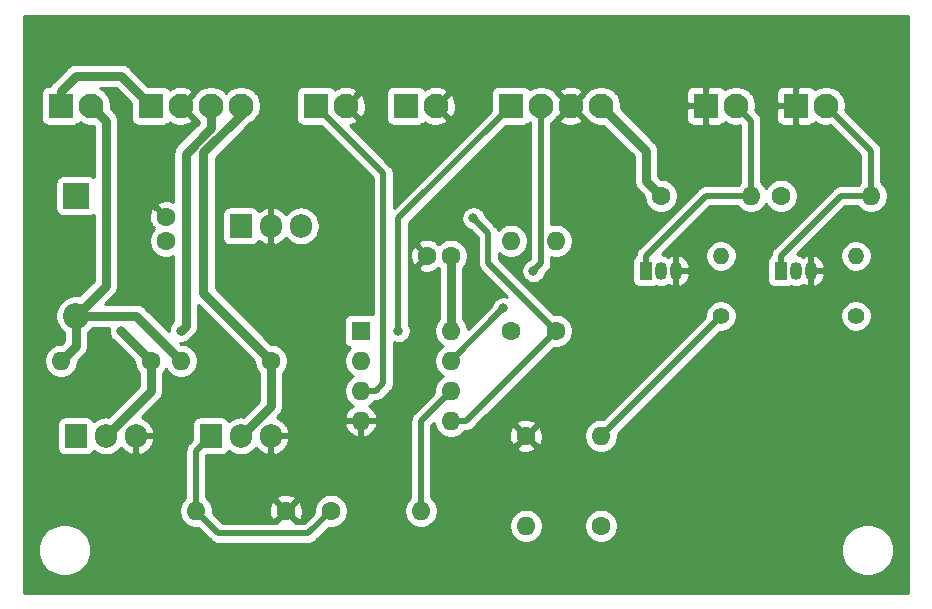
<source format=gbr>
%TF.GenerationSoftware,KiCad,Pcbnew,5.1.6-c6e7f7d~87~ubuntu18.04.1*%
%TF.CreationDate,2020-09-12T20:56:29+10:00*%
%TF.ProjectId,Switch_Toggler,53776974-6368-45f5-946f-67676c65722e,rev?*%
%TF.SameCoordinates,Original*%
%TF.FileFunction,Copper,L1,Top*%
%TF.FilePolarity,Positive*%
%FSLAX46Y46*%
G04 Gerber Fmt 4.6, Leading zero omitted, Abs format (unit mm)*
G04 Created by KiCad (PCBNEW 5.1.6-c6e7f7d~87~ubuntu18.04.1) date 2020-09-12 20:56:29*
%MOMM*%
%LPD*%
G01*
G04 APERTURE LIST*
%TA.AperFunction,ComponentPad*%
%ADD10C,2.100000*%
%TD*%
%TA.AperFunction,ComponentPad*%
%ADD11R,2.100000X2.100000*%
%TD*%
%TA.AperFunction,ComponentPad*%
%ADD12O,1.600000X1.600000*%
%TD*%
%TA.AperFunction,ComponentPad*%
%ADD13R,1.600000X1.600000*%
%TD*%
%TA.AperFunction,ComponentPad*%
%ADD14O,1.905000X2.000000*%
%TD*%
%TA.AperFunction,ComponentPad*%
%ADD15R,1.905000X2.000000*%
%TD*%
%TA.AperFunction,ComponentPad*%
%ADD16C,1.600000*%
%TD*%
%TA.AperFunction,ComponentPad*%
%ADD17O,1.400000X1.400000*%
%TD*%
%TA.AperFunction,ComponentPad*%
%ADD18C,1.400000*%
%TD*%
%TA.AperFunction,ComponentPad*%
%ADD19R,1.050000X1.500000*%
%TD*%
%TA.AperFunction,ComponentPad*%
%ADD20O,1.050000X1.500000*%
%TD*%
%TA.AperFunction,ComponentPad*%
%ADD21O,2.200000X2.200000*%
%TD*%
%TA.AperFunction,ComponentPad*%
%ADD22R,2.200000X2.200000*%
%TD*%
%TA.AperFunction,ViaPad*%
%ADD23C,0.800000*%
%TD*%
%TA.AperFunction,Conductor*%
%ADD24C,0.800000*%
%TD*%
%TA.AperFunction,Conductor*%
%ADD25C,0.500000*%
%TD*%
%TA.AperFunction,Conductor*%
%ADD26C,0.254000*%
%TD*%
G04 APERTURE END LIST*
D10*
%TO.P,SW3,2*%
%TO.N,+12V*%
X48260000Y-72390000D03*
D11*
%TO.P,SW3,1*%
%TO.N,VCC*%
X45720000Y-72390000D03*
%TD*%
D10*
%TO.P,U3,4*%
%TO.N,+5V*%
X91440000Y-72390000D03*
%TO.P,U3,3*%
%TO.N,GND*%
X88900000Y-72390000D03*
%TO.P,U3,2*%
%TO.N,DIO*%
X86360000Y-72390000D03*
D11*
%TO.P,U3,1*%
%TO.N,CLK*%
X83820000Y-72390000D03*
%TD*%
D12*
%TO.P,U2,8*%
%TO.N,+5V*%
X78740000Y-91440000D03*
%TO.P,U2,4*%
%TO.N,GND*%
X71120000Y-99060000D03*
%TO.P,U2,7*%
%TO.N,DIO*%
X78740000Y-93980000D03*
%TO.P,U2,3*%
%TO.N,BUTTON_UP*%
X71120000Y-96520000D03*
%TO.P,U2,6*%
%TO.N,OUT2_IO*%
X78740000Y-96520000D03*
%TO.P,U2,2*%
%TO.N,CLK*%
X71120000Y-93980000D03*
%TO.P,U2,5*%
%TO.N,BUTTON_DOWN*%
X78740000Y-99060000D03*
D13*
%TO.P,U2,1*%
%TO.N,OUT1_IO*%
X71120000Y-91440000D03*
%TD*%
D14*
%TO.P,U1,3*%
%TO.N,+5V*%
X66040000Y-82550000D03*
%TO.P,U1,2*%
%TO.N,GND*%
X63500000Y-82550000D03*
D15*
%TO.P,U1,1*%
%TO.N,Net-(C1-Pad1)*%
X60960000Y-82550000D03*
%TD*%
D10*
%TO.P,SW2,2*%
%TO.N,GND*%
X77470000Y-72390000D03*
D11*
%TO.P,SW2,1*%
%TO.N,BUTTON_DOWN*%
X74930000Y-72390000D03*
%TD*%
D10*
%TO.P,SW1,2*%
%TO.N,GND*%
X69850000Y-72390000D03*
D11*
%TO.P,SW1,1*%
%TO.N,BUTTON_UP*%
X67310000Y-72390000D03*
%TD*%
D12*
%TO.P,R12,2*%
%TO.N,+5V*%
X87630000Y-83820000D03*
D16*
%TO.P,R12,1*%
%TO.N,BUTTON_DOWN*%
X87630000Y-91440000D03*
%TD*%
D12*
%TO.P,R11,2*%
%TO.N,+5V*%
X83820000Y-83820000D03*
D16*
%TO.P,R11,1*%
%TO.N,BUTTON_UP*%
X83820000Y-91440000D03*
%TD*%
D12*
%TO.P,R10,2*%
%TO.N,Net-(D2-Pad2)*%
X104140000Y-80010000D03*
D16*
%TO.P,R10,1*%
%TO.N,+5V*%
X96520000Y-80010000D03*
%TD*%
D17*
%TO.P,R9,2*%
%TO.N,Net-(Q4-Pad2)*%
X101600000Y-85090000D03*
D18*
%TO.P,R9,1*%
%TO.N,OUT1_IO*%
X101600000Y-90170000D03*
%TD*%
D12*
%TO.P,R8,2*%
%TO.N,+12V*%
X45720000Y-93980000D03*
D16*
%TO.P,R8,1*%
%TO.N,OUT1*%
X53340000Y-93980000D03*
%TD*%
D12*
%TO.P,R7,2*%
%TO.N,Net-(Q2-Pad1)*%
X85090000Y-107950000D03*
D16*
%TO.P,R7,1*%
%TO.N,GND*%
X85090000Y-100330000D03*
%TD*%
D12*
%TO.P,R6,2*%
%TO.N,OUT1_IO*%
X91440000Y-100330000D03*
D16*
%TO.P,R6,1*%
%TO.N,Net-(Q2-Pad1)*%
X91440000Y-107950000D03*
%TD*%
D12*
%TO.P,R5,2*%
%TO.N,+12V*%
X55880000Y-93980000D03*
D16*
%TO.P,R5,1*%
%TO.N,OUT2*%
X63500000Y-93980000D03*
%TD*%
D12*
%TO.P,R4,2*%
%TO.N,Net-(Q1-Pad1)*%
X57150000Y-106680000D03*
D16*
%TO.P,R4,1*%
%TO.N,GND*%
X64770000Y-106680000D03*
%TD*%
D12*
%TO.P,R3,2*%
%TO.N,Net-(D1-Pad2)*%
X114300000Y-80010000D03*
D16*
%TO.P,R3,1*%
%TO.N,+5V*%
X106680000Y-80010000D03*
%TD*%
D12*
%TO.P,R2,2*%
%TO.N,OUT2_IO*%
X76200000Y-106680000D03*
D16*
%TO.P,R2,1*%
%TO.N,Net-(Q1-Pad1)*%
X68580000Y-106680000D03*
%TD*%
D17*
%TO.P,R1,2*%
%TO.N,Net-(Q3-Pad2)*%
X113030000Y-85090000D03*
D18*
%TO.P,R1,1*%
%TO.N,OUT2_IO*%
X113030000Y-90170000D03*
%TD*%
D19*
%TO.P,Q4,1*%
%TO.N,Net-(D2-Pad2)*%
X95250000Y-86360000D03*
D20*
%TO.P,Q4,3*%
%TO.N,GND*%
X97790000Y-86360000D03*
%TO.P,Q4,2*%
%TO.N,Net-(Q4-Pad2)*%
X96520000Y-86360000D03*
%TD*%
D19*
%TO.P,Q3,1*%
%TO.N,Net-(D1-Pad2)*%
X106680000Y-86360000D03*
D20*
%TO.P,Q3,3*%
%TO.N,GND*%
X109220000Y-86360000D03*
%TO.P,Q3,2*%
%TO.N,Net-(Q3-Pad2)*%
X107950000Y-86360000D03*
%TD*%
D14*
%TO.P,Q2,3*%
%TO.N,GND*%
X52070000Y-100330000D03*
%TO.P,Q2,2*%
%TO.N,OUT1*%
X49530000Y-100330000D03*
D15*
%TO.P,Q2,1*%
%TO.N,Net-(Q2-Pad1)*%
X46990000Y-100330000D03*
%TD*%
D14*
%TO.P,Q1,3*%
%TO.N,GND*%
X63500000Y-100330000D03*
%TO.P,Q1,2*%
%TO.N,OUT2*%
X60960000Y-100330000D03*
D15*
%TO.P,Q1,1*%
%TO.N,Net-(Q1-Pad1)*%
X58420000Y-100330000D03*
%TD*%
D10*
%TO.P,J1,4*%
%TO.N,OUT2*%
X60960000Y-72390000D03*
%TO.P,J1,3*%
%TO.N,OUT1*%
X58420000Y-72390000D03*
%TO.P,J1,2*%
%TO.N,GND*%
X55880000Y-72390000D03*
D11*
%TO.P,J1,1*%
%TO.N,VCC*%
X53340000Y-72390000D03*
%TD*%
D21*
%TO.P,D3,2*%
%TO.N,+12V*%
X46990000Y-90170000D03*
D22*
%TO.P,D3,1*%
%TO.N,Net-(C1-Pad1)*%
X46990000Y-80010000D03*
%TD*%
D10*
%TO.P,D2,2*%
%TO.N,Net-(D2-Pad2)*%
X102870000Y-72390000D03*
D11*
%TO.P,D2,1*%
%TO.N,GND*%
X100330000Y-72390000D03*
%TD*%
D10*
%TO.P,D1,2*%
%TO.N,Net-(D1-Pad2)*%
X110490000Y-72390000D03*
D11*
%TO.P,D1,1*%
%TO.N,GND*%
X107950000Y-72390000D03*
%TD*%
D16*
%TO.P,C2,2*%
%TO.N,GND*%
X76740000Y-85090000D03*
%TO.P,C2,1*%
%TO.N,+5V*%
X78740000Y-85090000D03*
%TD*%
%TO.P,C1,2*%
%TO.N,GND*%
X54610000Y-81820000D03*
%TO.P,C1,1*%
%TO.N,Net-(C1-Pad1)*%
X54610000Y-83820000D03*
%TD*%
D23*
%TO.N,OUT1*%
X50800000Y-91440000D03*
X55880000Y-91440000D03*
%TO.N,DIO*%
X83185000Y-89535000D03*
X85725000Y-86360000D03*
%TO.N,CLK*%
X74295000Y-91440000D03*
%TO.N,BUTTON_DOWN*%
X80645000Y-81915000D03*
%TD*%
D24*
%TO.N,+12V*%
X48260000Y-72390000D02*
X49530000Y-73660000D01*
X49530000Y-87630000D02*
X46990000Y-90170000D01*
X49530000Y-73660000D02*
X49530000Y-87630000D01*
X46990000Y-92710000D02*
X45720000Y-93980000D01*
X46990000Y-90170000D02*
X46990000Y-92710000D01*
X52070000Y-90170000D02*
X46990000Y-90170000D01*
X55880000Y-93980000D02*
X52070000Y-90170000D01*
%TO.N,+5V*%
X91440000Y-72390000D02*
X95250000Y-76200000D01*
X95250000Y-78740000D02*
X96520000Y-80010000D01*
X95250000Y-76200000D02*
X95250000Y-78740000D01*
X78740000Y-91440000D02*
X78740000Y-85090000D01*
D25*
%TO.N,Net-(D1-Pad2)*%
X106680000Y-86360000D02*
X106680000Y-85090000D01*
X111760000Y-80010000D02*
X114300000Y-80010000D01*
X106680000Y-85090000D02*
X111760000Y-80010000D01*
X114300000Y-76200000D02*
X110490000Y-72390000D01*
X114300000Y-80010000D02*
X114300000Y-76200000D01*
%TO.N,Net-(D2-Pad2)*%
X95250000Y-86360000D02*
X95250000Y-85090000D01*
X100330000Y-80010000D02*
X104140000Y-80010000D01*
X95250000Y-85090000D02*
X100330000Y-80010000D01*
X104140000Y-73660000D02*
X102870000Y-72390000D01*
X104140000Y-80010000D02*
X104140000Y-73660000D01*
D24*
%TO.N,OUT1*%
X53340000Y-96520000D02*
X49530000Y-100330000D01*
X53340000Y-93980000D02*
X53340000Y-96520000D01*
X53340000Y-93980000D02*
X50800000Y-91440000D01*
X56279999Y-91040001D02*
X56279999Y-76435001D01*
X55880000Y-91440000D02*
X56279999Y-91040001D01*
X58420000Y-74295000D02*
X58420000Y-72390000D01*
X56279999Y-76435001D02*
X58420000Y-74295000D01*
%TO.N,OUT2*%
X63500000Y-97790000D02*
X60960000Y-100330000D01*
X63500000Y-93980000D02*
X63500000Y-97790000D01*
X57785000Y-76344226D02*
X60960000Y-73169226D01*
X60960000Y-73169226D02*
X60960000Y-72390000D01*
X57785000Y-88265000D02*
X57785000Y-76344226D01*
X63500000Y-93980000D02*
X57785000Y-88265000D01*
D25*
%TO.N,Net-(Q1-Pad1)*%
X57150000Y-101600000D02*
X58420000Y-100330000D01*
X57150000Y-106680000D02*
X57150000Y-101600000D01*
X57150000Y-106680000D02*
X59055000Y-108585000D01*
X66675000Y-108585000D02*
X68580000Y-106680000D01*
X59055000Y-108585000D02*
X66675000Y-108585000D01*
%TO.N,DIO*%
X78740000Y-93980000D02*
X83185000Y-89535000D01*
X86360000Y-85725000D02*
X86360000Y-72390000D01*
X85725000Y-86360000D02*
X86360000Y-85725000D01*
%TO.N,CLK*%
X74295000Y-91440000D02*
X74295000Y-81915000D01*
X74295000Y-81915000D02*
X83820000Y-72390000D01*
%TO.N,OUT2_IO*%
X76200000Y-99060000D02*
X78740000Y-96520000D01*
X76200000Y-106680000D02*
X76200000Y-99060000D01*
%TO.N,OUT1_IO*%
X91440000Y-100330000D02*
X101600000Y-90170000D01*
%TO.N,BUTTON_UP*%
X72390000Y-96520000D02*
X71120000Y-96520000D01*
X73025000Y-95885000D02*
X72390000Y-96520000D01*
X67310000Y-72390000D02*
X73025000Y-78105000D01*
X73025000Y-78105000D02*
X73025000Y-95885000D01*
%TO.N,BUTTON_DOWN*%
X80010000Y-99060000D02*
X87630000Y-91440000D01*
X78740000Y-99060000D02*
X80010000Y-99060000D01*
X80645000Y-81915000D02*
X81915000Y-83185000D01*
X81915000Y-83185000D02*
X81915000Y-85725000D01*
X81915000Y-85725000D02*
X87630000Y-91440000D01*
D24*
%TO.N,VCC*%
X50800000Y-69850000D02*
X53340000Y-72390000D01*
X46990000Y-69850000D02*
X50800000Y-69850000D01*
X45720000Y-72390000D02*
X45720000Y-71120000D01*
X45720000Y-71120000D02*
X46990000Y-69850000D01*
%TD*%
D26*
%TO.N,GND*%
G36*
X117450001Y-66007581D02*
G01*
X117450000Y-73627581D01*
X117450000Y-73627582D01*
X117450001Y-113640000D01*
X42570000Y-113640000D01*
X42570000Y-109779872D01*
X43765000Y-109779872D01*
X43765000Y-110220128D01*
X43850890Y-110651925D01*
X44019369Y-111058669D01*
X44263962Y-111424729D01*
X44575271Y-111736038D01*
X44941331Y-111980631D01*
X45348075Y-112149110D01*
X45779872Y-112235000D01*
X46220128Y-112235000D01*
X46651925Y-112149110D01*
X47058669Y-111980631D01*
X47424729Y-111736038D01*
X47736038Y-111424729D01*
X47980631Y-111058669D01*
X48149110Y-110651925D01*
X48235000Y-110220128D01*
X48235000Y-109779872D01*
X111765000Y-109779872D01*
X111765000Y-110220128D01*
X111850890Y-110651925D01*
X112019369Y-111058669D01*
X112263962Y-111424729D01*
X112575271Y-111736038D01*
X112941331Y-111980631D01*
X113348075Y-112149110D01*
X113779872Y-112235000D01*
X114220128Y-112235000D01*
X114651925Y-112149110D01*
X115058669Y-111980631D01*
X115424729Y-111736038D01*
X115736038Y-111424729D01*
X115980631Y-111058669D01*
X116149110Y-110651925D01*
X116235000Y-110220128D01*
X116235000Y-109779872D01*
X116149110Y-109348075D01*
X115980631Y-108941331D01*
X115736038Y-108575271D01*
X115424729Y-108263962D01*
X115058669Y-108019369D01*
X114651925Y-107850890D01*
X114220128Y-107765000D01*
X113779872Y-107765000D01*
X113348075Y-107850890D01*
X112941331Y-108019369D01*
X112575271Y-108263962D01*
X112263962Y-108575271D01*
X112019369Y-108941331D01*
X111850890Y-109348075D01*
X111765000Y-109779872D01*
X48235000Y-109779872D01*
X48149110Y-109348075D01*
X47980631Y-108941331D01*
X47736038Y-108575271D01*
X47424729Y-108263962D01*
X47058669Y-108019369D01*
X46651925Y-107850890D01*
X46220128Y-107765000D01*
X45779872Y-107765000D01*
X45348075Y-107850890D01*
X44941331Y-108019369D01*
X44575271Y-108263962D01*
X44263962Y-108575271D01*
X44019369Y-108941331D01*
X43850890Y-109348075D01*
X43765000Y-109779872D01*
X42570000Y-109779872D01*
X42570000Y-71340000D01*
X44031928Y-71340000D01*
X44031928Y-73440000D01*
X44044188Y-73564482D01*
X44080498Y-73684180D01*
X44139463Y-73794494D01*
X44218815Y-73891185D01*
X44315506Y-73970537D01*
X44425820Y-74029502D01*
X44545518Y-74065812D01*
X44670000Y-74078072D01*
X46770000Y-74078072D01*
X46894482Y-74065812D01*
X47014180Y-74029502D01*
X47124494Y-73970537D01*
X47221185Y-73891185D01*
X47300537Y-73794494D01*
X47308042Y-73780454D01*
X47461853Y-73883228D01*
X47768504Y-74010246D01*
X48094042Y-74075000D01*
X48425958Y-74075000D01*
X48472109Y-74065820D01*
X48495000Y-74088711D01*
X48495000Y-78420912D01*
X48444494Y-78379463D01*
X48334180Y-78320498D01*
X48214482Y-78284188D01*
X48090000Y-78271928D01*
X45890000Y-78271928D01*
X45765518Y-78284188D01*
X45645820Y-78320498D01*
X45535506Y-78379463D01*
X45438815Y-78458815D01*
X45359463Y-78555506D01*
X45300498Y-78665820D01*
X45264188Y-78785518D01*
X45251928Y-78910000D01*
X45251928Y-81110000D01*
X45264188Y-81234482D01*
X45300498Y-81354180D01*
X45359463Y-81464494D01*
X45438815Y-81561185D01*
X45535506Y-81640537D01*
X45645820Y-81699502D01*
X45765518Y-81735812D01*
X45890000Y-81748072D01*
X48090000Y-81748072D01*
X48214482Y-81735812D01*
X48334180Y-81699502D01*
X48444494Y-81640537D01*
X48495001Y-81599087D01*
X48495001Y-87201288D01*
X47244631Y-88451659D01*
X47160883Y-88435000D01*
X46819117Y-88435000D01*
X46483919Y-88501675D01*
X46168169Y-88632463D01*
X45884002Y-88822337D01*
X45642337Y-89064002D01*
X45452463Y-89348169D01*
X45321675Y-89663919D01*
X45255000Y-89999117D01*
X45255000Y-90340883D01*
X45321675Y-90676081D01*
X45452463Y-90991831D01*
X45642337Y-91275998D01*
X45884002Y-91517663D01*
X45955001Y-91565103D01*
X45955001Y-92281288D01*
X45691289Y-92545000D01*
X45578665Y-92545000D01*
X45301426Y-92600147D01*
X45040273Y-92708320D01*
X44805241Y-92865363D01*
X44605363Y-93065241D01*
X44448320Y-93300273D01*
X44340147Y-93561426D01*
X44285000Y-93838665D01*
X44285000Y-94121335D01*
X44340147Y-94398574D01*
X44448320Y-94659727D01*
X44605363Y-94894759D01*
X44805241Y-95094637D01*
X45040273Y-95251680D01*
X45301426Y-95359853D01*
X45578665Y-95415000D01*
X45861335Y-95415000D01*
X46138574Y-95359853D01*
X46399727Y-95251680D01*
X46634759Y-95094637D01*
X46834637Y-94894759D01*
X46991680Y-94659727D01*
X47099853Y-94398574D01*
X47155000Y-94121335D01*
X47155000Y-94008711D01*
X47685908Y-93477803D01*
X47725396Y-93445396D01*
X47760844Y-93402202D01*
X47854734Y-93287798D01*
X47906104Y-93191691D01*
X47950841Y-93107993D01*
X48010024Y-92912895D01*
X48025000Y-92760838D01*
X48025000Y-92760829D01*
X48030006Y-92710001D01*
X48025000Y-92659173D01*
X48025000Y-91565102D01*
X48095998Y-91517663D01*
X48337663Y-91275998D01*
X48385102Y-91205000D01*
X49789716Y-91205000D01*
X49779977Y-91237105D01*
X49774971Y-91287933D01*
X49765000Y-91338061D01*
X49765000Y-91389172D01*
X49759994Y-91440000D01*
X49765000Y-91490828D01*
X49765000Y-91541939D01*
X49774971Y-91592067D01*
X49779977Y-91642895D01*
X49794803Y-91691768D01*
X49804774Y-91741898D01*
X49824335Y-91789122D01*
X49839160Y-91837993D01*
X49863236Y-91883036D01*
X49882795Y-91930256D01*
X49911187Y-91972748D01*
X49935266Y-92017797D01*
X49967671Y-92057283D01*
X49996063Y-92099774D01*
X50140226Y-92243937D01*
X50140229Y-92243939D01*
X51905000Y-94008711D01*
X51905000Y-94121335D01*
X51960147Y-94398574D01*
X52068320Y-94659727D01*
X52225363Y-94894759D01*
X52305000Y-94974396D01*
X52305001Y-96091288D01*
X49692924Y-98703366D01*
X49530000Y-98687319D01*
X49218796Y-98717970D01*
X48919551Y-98808745D01*
X48643765Y-98956155D01*
X48517905Y-99059446D01*
X48473037Y-98975506D01*
X48393685Y-98878815D01*
X48296994Y-98799463D01*
X48186680Y-98740498D01*
X48066982Y-98704188D01*
X47942500Y-98691928D01*
X46037500Y-98691928D01*
X45913018Y-98704188D01*
X45793320Y-98740498D01*
X45683006Y-98799463D01*
X45586315Y-98878815D01*
X45506963Y-98975506D01*
X45447998Y-99085820D01*
X45411688Y-99205518D01*
X45399428Y-99330000D01*
X45399428Y-101330000D01*
X45411688Y-101454482D01*
X45447998Y-101574180D01*
X45506963Y-101684494D01*
X45586315Y-101781185D01*
X45683006Y-101860537D01*
X45793320Y-101919502D01*
X45913018Y-101955812D01*
X46037500Y-101968072D01*
X47942500Y-101968072D01*
X48066982Y-101955812D01*
X48186680Y-101919502D01*
X48296994Y-101860537D01*
X48393685Y-101781185D01*
X48473037Y-101684494D01*
X48517905Y-101600553D01*
X48643766Y-101703845D01*
X48919552Y-101851255D01*
X49218797Y-101942030D01*
X49530000Y-101972681D01*
X49841204Y-101942030D01*
X50140449Y-101851255D01*
X50416235Y-101703845D01*
X50657963Y-101505463D01*
X50805162Y-101326100D01*
X50960563Y-101511315D01*
X51203077Y-101705969D01*
X51478906Y-101849571D01*
X51697020Y-101920563D01*
X51943000Y-101800594D01*
X51943000Y-100457000D01*
X52197000Y-100457000D01*
X52197000Y-101800594D01*
X52442980Y-101920563D01*
X52661094Y-101849571D01*
X52936923Y-101705969D01*
X53179437Y-101511315D01*
X53379316Y-101273089D01*
X53528879Y-101000446D01*
X53622378Y-100703863D01*
X53495570Y-100457000D01*
X52197000Y-100457000D01*
X51943000Y-100457000D01*
X51923000Y-100457000D01*
X51923000Y-100203000D01*
X51943000Y-100203000D01*
X51943000Y-100183000D01*
X52197000Y-100183000D01*
X52197000Y-100203000D01*
X53495570Y-100203000D01*
X53622378Y-99956137D01*
X53528879Y-99659554D01*
X53379316Y-99386911D01*
X53179437Y-99148685D01*
X52936923Y-98954031D01*
X52661094Y-98810429D01*
X52549578Y-98774133D01*
X54035908Y-97287803D01*
X54075396Y-97255396D01*
X54140118Y-97176532D01*
X54204734Y-97097798D01*
X54289840Y-96938574D01*
X54300841Y-96917993D01*
X54360024Y-96722895D01*
X54375000Y-96570838D01*
X54375000Y-96570835D01*
X54380007Y-96520000D01*
X54375000Y-96469165D01*
X54375000Y-94974396D01*
X54454637Y-94894759D01*
X54610000Y-94662241D01*
X54765363Y-94894759D01*
X54965241Y-95094637D01*
X55200273Y-95251680D01*
X55461426Y-95359853D01*
X55738665Y-95415000D01*
X56021335Y-95415000D01*
X56298574Y-95359853D01*
X56559727Y-95251680D01*
X56794759Y-95094637D01*
X56994637Y-94894759D01*
X57151680Y-94659727D01*
X57259853Y-94398574D01*
X57315000Y-94121335D01*
X57315000Y-93838665D01*
X57259853Y-93561426D01*
X57151680Y-93300273D01*
X56994637Y-93065241D01*
X56794759Y-92865363D01*
X56559727Y-92708320D01*
X56298574Y-92600147D01*
X56021335Y-92545000D01*
X55908711Y-92545000D01*
X55839753Y-92476042D01*
X55880000Y-92480006D01*
X55930828Y-92475000D01*
X55981939Y-92475000D01*
X56032067Y-92465029D01*
X56082895Y-92460023D01*
X56131768Y-92445197D01*
X56181898Y-92435226D01*
X56229122Y-92415665D01*
X56277993Y-92400840D01*
X56323036Y-92376764D01*
X56370256Y-92357205D01*
X56412748Y-92328813D01*
X56457797Y-92304734D01*
X56497283Y-92272329D01*
X56539774Y-92243937D01*
X56683937Y-92099774D01*
X56683939Y-92099771D01*
X56975902Y-91807808D01*
X57015395Y-91775397D01*
X57144733Y-91617798D01*
X57240840Y-91437994D01*
X57300023Y-91242896D01*
X57314999Y-91090839D01*
X57314999Y-91090830D01*
X57320005Y-91040002D01*
X57314999Y-90989174D01*
X57314999Y-89258709D01*
X62065000Y-94008711D01*
X62065000Y-94121335D01*
X62120147Y-94398574D01*
X62228320Y-94659727D01*
X62385363Y-94894759D01*
X62465000Y-94974396D01*
X62465001Y-97361288D01*
X61122924Y-98703366D01*
X60960000Y-98687319D01*
X60648796Y-98717970D01*
X60349551Y-98808745D01*
X60073765Y-98956155D01*
X59947905Y-99059446D01*
X59903037Y-98975506D01*
X59823685Y-98878815D01*
X59726994Y-98799463D01*
X59616680Y-98740498D01*
X59496982Y-98704188D01*
X59372500Y-98691928D01*
X57467500Y-98691928D01*
X57343018Y-98704188D01*
X57223320Y-98740498D01*
X57113006Y-98799463D01*
X57016315Y-98878815D01*
X56936963Y-98975506D01*
X56877998Y-99085820D01*
X56841688Y-99205518D01*
X56829428Y-99330000D01*
X56829428Y-100668994D01*
X56554951Y-100943471D01*
X56521184Y-100971183D01*
X56493471Y-101004951D01*
X56493468Y-101004954D01*
X56410590Y-101105941D01*
X56328412Y-101259687D01*
X56277805Y-101426510D01*
X56260719Y-101600000D01*
X56265001Y-101643479D01*
X56265000Y-105545479D01*
X56235241Y-105565363D01*
X56035363Y-105765241D01*
X55878320Y-106000273D01*
X55770147Y-106261426D01*
X55715000Y-106538665D01*
X55715000Y-106821335D01*
X55770147Y-107098574D01*
X55878320Y-107359727D01*
X56035363Y-107594759D01*
X56235241Y-107794637D01*
X56470273Y-107951680D01*
X56731426Y-108059853D01*
X57008665Y-108115000D01*
X57291335Y-108115000D01*
X57326439Y-108108017D01*
X58398470Y-109180049D01*
X58426183Y-109213817D01*
X58459951Y-109241530D01*
X58459953Y-109241532D01*
X58560940Y-109324410D01*
X58560941Y-109324411D01*
X58714687Y-109406589D01*
X58881510Y-109457195D01*
X59011523Y-109470000D01*
X59011531Y-109470000D01*
X59055000Y-109474281D01*
X59098469Y-109470000D01*
X66631531Y-109470000D01*
X66675000Y-109474281D01*
X66718469Y-109470000D01*
X66718477Y-109470000D01*
X66848490Y-109457195D01*
X67015313Y-109406589D01*
X67169059Y-109324411D01*
X67303817Y-109213817D01*
X67331534Y-109180044D01*
X68403561Y-108108017D01*
X68438665Y-108115000D01*
X68721335Y-108115000D01*
X68998574Y-108059853D01*
X69259727Y-107951680D01*
X69494759Y-107794637D01*
X69694637Y-107594759D01*
X69851680Y-107359727D01*
X69959853Y-107098574D01*
X70015000Y-106821335D01*
X70015000Y-106538665D01*
X74765000Y-106538665D01*
X74765000Y-106821335D01*
X74820147Y-107098574D01*
X74928320Y-107359727D01*
X75085363Y-107594759D01*
X75285241Y-107794637D01*
X75520273Y-107951680D01*
X75781426Y-108059853D01*
X76058665Y-108115000D01*
X76341335Y-108115000D01*
X76618574Y-108059853D01*
X76879727Y-107951680D01*
X77093764Y-107808665D01*
X83655000Y-107808665D01*
X83655000Y-108091335D01*
X83710147Y-108368574D01*
X83818320Y-108629727D01*
X83975363Y-108864759D01*
X84175241Y-109064637D01*
X84410273Y-109221680D01*
X84671426Y-109329853D01*
X84948665Y-109385000D01*
X85231335Y-109385000D01*
X85508574Y-109329853D01*
X85769727Y-109221680D01*
X86004759Y-109064637D01*
X86204637Y-108864759D01*
X86361680Y-108629727D01*
X86469853Y-108368574D01*
X86525000Y-108091335D01*
X86525000Y-107808665D01*
X90005000Y-107808665D01*
X90005000Y-108091335D01*
X90060147Y-108368574D01*
X90168320Y-108629727D01*
X90325363Y-108864759D01*
X90525241Y-109064637D01*
X90760273Y-109221680D01*
X91021426Y-109329853D01*
X91298665Y-109385000D01*
X91581335Y-109385000D01*
X91858574Y-109329853D01*
X92119727Y-109221680D01*
X92354759Y-109064637D01*
X92554637Y-108864759D01*
X92711680Y-108629727D01*
X92819853Y-108368574D01*
X92875000Y-108091335D01*
X92875000Y-107808665D01*
X92819853Y-107531426D01*
X92711680Y-107270273D01*
X92554637Y-107035241D01*
X92354759Y-106835363D01*
X92119727Y-106678320D01*
X91858574Y-106570147D01*
X91581335Y-106515000D01*
X91298665Y-106515000D01*
X91021426Y-106570147D01*
X90760273Y-106678320D01*
X90525241Y-106835363D01*
X90325363Y-107035241D01*
X90168320Y-107270273D01*
X90060147Y-107531426D01*
X90005000Y-107808665D01*
X86525000Y-107808665D01*
X86469853Y-107531426D01*
X86361680Y-107270273D01*
X86204637Y-107035241D01*
X86004759Y-106835363D01*
X85769727Y-106678320D01*
X85508574Y-106570147D01*
X85231335Y-106515000D01*
X84948665Y-106515000D01*
X84671426Y-106570147D01*
X84410273Y-106678320D01*
X84175241Y-106835363D01*
X83975363Y-107035241D01*
X83818320Y-107270273D01*
X83710147Y-107531426D01*
X83655000Y-107808665D01*
X77093764Y-107808665D01*
X77114759Y-107794637D01*
X77314637Y-107594759D01*
X77471680Y-107359727D01*
X77579853Y-107098574D01*
X77635000Y-106821335D01*
X77635000Y-106538665D01*
X77579853Y-106261426D01*
X77471680Y-106000273D01*
X77314637Y-105765241D01*
X77114759Y-105565363D01*
X77085000Y-105545479D01*
X77085000Y-101322702D01*
X84276903Y-101322702D01*
X84348486Y-101566671D01*
X84603996Y-101687571D01*
X84878184Y-101756300D01*
X85160512Y-101770217D01*
X85440130Y-101728787D01*
X85706292Y-101633603D01*
X85831514Y-101566671D01*
X85903097Y-101322702D01*
X85090000Y-100509605D01*
X84276903Y-101322702D01*
X77085000Y-101322702D01*
X77085000Y-99426578D01*
X77305870Y-99205708D01*
X77360147Y-99478574D01*
X77468320Y-99739727D01*
X77625363Y-99974759D01*
X77825241Y-100174637D01*
X78060273Y-100331680D01*
X78321426Y-100439853D01*
X78598665Y-100495000D01*
X78881335Y-100495000D01*
X79158574Y-100439853D01*
X79253551Y-100400512D01*
X83649783Y-100400512D01*
X83691213Y-100680130D01*
X83786397Y-100946292D01*
X83853329Y-101071514D01*
X84097298Y-101143097D01*
X84910395Y-100330000D01*
X85269605Y-100330000D01*
X86082702Y-101143097D01*
X86326671Y-101071514D01*
X86447571Y-100816004D01*
X86516300Y-100541816D01*
X86530217Y-100259488D01*
X86519724Y-100188665D01*
X90005000Y-100188665D01*
X90005000Y-100471335D01*
X90060147Y-100748574D01*
X90168320Y-101009727D01*
X90325363Y-101244759D01*
X90525241Y-101444637D01*
X90760273Y-101601680D01*
X91021426Y-101709853D01*
X91298665Y-101765000D01*
X91581335Y-101765000D01*
X91858574Y-101709853D01*
X92119727Y-101601680D01*
X92354759Y-101444637D01*
X92554637Y-101244759D01*
X92711680Y-101009727D01*
X92819853Y-100748574D01*
X92875000Y-100471335D01*
X92875000Y-100188665D01*
X92868017Y-100153561D01*
X101516579Y-91505000D01*
X101731486Y-91505000D01*
X101989405Y-91453696D01*
X102232359Y-91353061D01*
X102451013Y-91206962D01*
X102636962Y-91021013D01*
X102783061Y-90802359D01*
X102883696Y-90559405D01*
X102935000Y-90301486D01*
X102935000Y-90038514D01*
X111695000Y-90038514D01*
X111695000Y-90301486D01*
X111746304Y-90559405D01*
X111846939Y-90802359D01*
X111993038Y-91021013D01*
X112178987Y-91206962D01*
X112397641Y-91353061D01*
X112640595Y-91453696D01*
X112898514Y-91505000D01*
X113161486Y-91505000D01*
X113419405Y-91453696D01*
X113662359Y-91353061D01*
X113881013Y-91206962D01*
X114066962Y-91021013D01*
X114213061Y-90802359D01*
X114313696Y-90559405D01*
X114365000Y-90301486D01*
X114365000Y-90038514D01*
X114313696Y-89780595D01*
X114213061Y-89537641D01*
X114066962Y-89318987D01*
X113881013Y-89133038D01*
X113662359Y-88986939D01*
X113419405Y-88886304D01*
X113161486Y-88835000D01*
X112898514Y-88835000D01*
X112640595Y-88886304D01*
X112397641Y-88986939D01*
X112178987Y-89133038D01*
X111993038Y-89318987D01*
X111846939Y-89537641D01*
X111746304Y-89780595D01*
X111695000Y-90038514D01*
X102935000Y-90038514D01*
X102883696Y-89780595D01*
X102783061Y-89537641D01*
X102636962Y-89318987D01*
X102451013Y-89133038D01*
X102232359Y-88986939D01*
X101989405Y-88886304D01*
X101731486Y-88835000D01*
X101468514Y-88835000D01*
X101210595Y-88886304D01*
X100967641Y-88986939D01*
X100748987Y-89133038D01*
X100563038Y-89318987D01*
X100416939Y-89537641D01*
X100316304Y-89780595D01*
X100265000Y-90038514D01*
X100265000Y-90253421D01*
X91616439Y-98901983D01*
X91581335Y-98895000D01*
X91298665Y-98895000D01*
X91021426Y-98950147D01*
X90760273Y-99058320D01*
X90525241Y-99215363D01*
X90325363Y-99415241D01*
X90168320Y-99650273D01*
X90060147Y-99911426D01*
X90005000Y-100188665D01*
X86519724Y-100188665D01*
X86488787Y-99979870D01*
X86393603Y-99713708D01*
X86326671Y-99588486D01*
X86082702Y-99516903D01*
X85269605Y-100330000D01*
X84910395Y-100330000D01*
X84097298Y-99516903D01*
X83853329Y-99588486D01*
X83732429Y-99843996D01*
X83663700Y-100118184D01*
X83649783Y-100400512D01*
X79253551Y-100400512D01*
X79419727Y-100331680D01*
X79654759Y-100174637D01*
X79854637Y-99974759D01*
X79874521Y-99945000D01*
X79966531Y-99945000D01*
X80010000Y-99949281D01*
X80053469Y-99945000D01*
X80053477Y-99945000D01*
X80183490Y-99932195D01*
X80350313Y-99881589D01*
X80504059Y-99799411D01*
X80638817Y-99688817D01*
X80666534Y-99655044D01*
X80984280Y-99337298D01*
X84276903Y-99337298D01*
X85090000Y-100150395D01*
X85903097Y-99337298D01*
X85831514Y-99093329D01*
X85576004Y-98972429D01*
X85301816Y-98903700D01*
X85019488Y-98889783D01*
X84739870Y-98931213D01*
X84473708Y-99026397D01*
X84348486Y-99093329D01*
X84276903Y-99337298D01*
X80984280Y-99337298D01*
X87453562Y-92868017D01*
X87488665Y-92875000D01*
X87771335Y-92875000D01*
X88048574Y-92819853D01*
X88309727Y-92711680D01*
X88544759Y-92554637D01*
X88744637Y-92354759D01*
X88901680Y-92119727D01*
X89009853Y-91858574D01*
X89065000Y-91581335D01*
X89065000Y-91298665D01*
X89009853Y-91021426D01*
X88901680Y-90760273D01*
X88744637Y-90525241D01*
X88544759Y-90325363D01*
X88309727Y-90168320D01*
X88048574Y-90060147D01*
X87771335Y-90005000D01*
X87488665Y-90005000D01*
X87453561Y-90011983D01*
X82800000Y-85358422D01*
X82800000Y-84829396D01*
X82905241Y-84934637D01*
X83140273Y-85091680D01*
X83401426Y-85199853D01*
X83678665Y-85255000D01*
X83961335Y-85255000D01*
X84238574Y-85199853D01*
X84499727Y-85091680D01*
X84734759Y-84934637D01*
X84934637Y-84734759D01*
X85091680Y-84499727D01*
X85199853Y-84238574D01*
X85255000Y-83961335D01*
X85255000Y-83678665D01*
X85199853Y-83401426D01*
X85091680Y-83140273D01*
X84934637Y-82905241D01*
X84734759Y-82705363D01*
X84499727Y-82548320D01*
X84238574Y-82440147D01*
X83961335Y-82385000D01*
X83678665Y-82385000D01*
X83401426Y-82440147D01*
X83140273Y-82548320D01*
X82905241Y-82705363D01*
X82743415Y-82867189D01*
X82736589Y-82844687D01*
X82654411Y-82690941D01*
X82543817Y-82556183D01*
X82510050Y-82528471D01*
X81651535Y-81669957D01*
X81640226Y-81613102D01*
X81562205Y-81424744D01*
X81448937Y-81255226D01*
X81304774Y-81111063D01*
X81135256Y-80997795D01*
X80946898Y-80919774D01*
X80746939Y-80880000D01*
X80543061Y-80880000D01*
X80343102Y-80919774D01*
X80154744Y-80997795D01*
X79985226Y-81111063D01*
X79841063Y-81255226D01*
X79727795Y-81424744D01*
X79649774Y-81613102D01*
X79610000Y-81813061D01*
X79610000Y-82016939D01*
X79649774Y-82216898D01*
X79727795Y-82405256D01*
X79841063Y-82574774D01*
X79985226Y-82718937D01*
X80154744Y-82832205D01*
X80343102Y-82910226D01*
X80399957Y-82921535D01*
X81030000Y-83551579D01*
X81030001Y-85681521D01*
X81025719Y-85725000D01*
X81042805Y-85898490D01*
X81093412Y-86065313D01*
X81175590Y-86219059D01*
X81258468Y-86320046D01*
X81258469Y-86320047D01*
X81286184Y-86353817D01*
X81319952Y-86381530D01*
X83476035Y-88537613D01*
X83286939Y-88500000D01*
X83083061Y-88500000D01*
X82883102Y-88539774D01*
X82694744Y-88617795D01*
X82525226Y-88731063D01*
X82381063Y-88875226D01*
X82267795Y-89044744D01*
X82189774Y-89233102D01*
X82178465Y-89289956D01*
X80174130Y-91294291D01*
X80119853Y-91021426D01*
X80011680Y-90760273D01*
X79854637Y-90525241D01*
X79775000Y-90445604D01*
X79775000Y-86084396D01*
X79854637Y-86004759D01*
X80011680Y-85769727D01*
X80119853Y-85508574D01*
X80175000Y-85231335D01*
X80175000Y-84948665D01*
X80119853Y-84671426D01*
X80011680Y-84410273D01*
X79854637Y-84175241D01*
X79654759Y-83975363D01*
X79419727Y-83818320D01*
X79158574Y-83710147D01*
X78881335Y-83655000D01*
X78598665Y-83655000D01*
X78321426Y-83710147D01*
X78060273Y-83818320D01*
X77825241Y-83975363D01*
X77744476Y-84056129D01*
X77669370Y-83981023D01*
X77553097Y-84097296D01*
X77481514Y-83853329D01*
X77226004Y-83732429D01*
X76951816Y-83663700D01*
X76669488Y-83649783D01*
X76389870Y-83691213D01*
X76123708Y-83786397D01*
X75998486Y-83853329D01*
X75926903Y-84097298D01*
X76740000Y-84910395D01*
X76754143Y-84896253D01*
X76933748Y-85075858D01*
X76919605Y-85090000D01*
X76933748Y-85104143D01*
X76754143Y-85283748D01*
X76740000Y-85269605D01*
X75926903Y-86082702D01*
X75998486Y-86326671D01*
X76253996Y-86447571D01*
X76528184Y-86516300D01*
X76810512Y-86530217D01*
X77090130Y-86488787D01*
X77356292Y-86393603D01*
X77481514Y-86326671D01*
X77553097Y-86082704D01*
X77669370Y-86198977D01*
X77705001Y-86163346D01*
X77705000Y-90445604D01*
X77625363Y-90525241D01*
X77468320Y-90760273D01*
X77360147Y-91021426D01*
X77305000Y-91298665D01*
X77305000Y-91581335D01*
X77360147Y-91858574D01*
X77468320Y-92119727D01*
X77625363Y-92354759D01*
X77825241Y-92554637D01*
X78057759Y-92710000D01*
X77825241Y-92865363D01*
X77625363Y-93065241D01*
X77468320Y-93300273D01*
X77360147Y-93561426D01*
X77305000Y-93838665D01*
X77305000Y-94121335D01*
X77360147Y-94398574D01*
X77468320Y-94659727D01*
X77625363Y-94894759D01*
X77825241Y-95094637D01*
X78057759Y-95250000D01*
X77825241Y-95405363D01*
X77625363Y-95605241D01*
X77468320Y-95840273D01*
X77360147Y-96101426D01*
X77305000Y-96378665D01*
X77305000Y-96661335D01*
X77311983Y-96696439D01*
X75604951Y-98403471D01*
X75571184Y-98431183D01*
X75543471Y-98464951D01*
X75543468Y-98464954D01*
X75460590Y-98565941D01*
X75378412Y-98719687D01*
X75327805Y-98886510D01*
X75310719Y-99060000D01*
X75315001Y-99103479D01*
X75315000Y-105545479D01*
X75285241Y-105565363D01*
X75085363Y-105765241D01*
X74928320Y-106000273D01*
X74820147Y-106261426D01*
X74765000Y-106538665D01*
X70015000Y-106538665D01*
X69959853Y-106261426D01*
X69851680Y-106000273D01*
X69694637Y-105765241D01*
X69494759Y-105565363D01*
X69259727Y-105408320D01*
X68998574Y-105300147D01*
X68721335Y-105245000D01*
X68438665Y-105245000D01*
X68161426Y-105300147D01*
X67900273Y-105408320D01*
X67665241Y-105565363D01*
X67465363Y-105765241D01*
X67308320Y-106000273D01*
X67200147Y-106261426D01*
X67145000Y-106538665D01*
X67145000Y-106821335D01*
X67151983Y-106856439D01*
X66308422Y-107700000D01*
X65575087Y-107700000D01*
X65583097Y-107672702D01*
X64770000Y-106859605D01*
X63956903Y-107672702D01*
X63964913Y-107700000D01*
X59421579Y-107700000D01*
X58578017Y-106856439D01*
X58585000Y-106821335D01*
X58585000Y-106750512D01*
X63329783Y-106750512D01*
X63371213Y-107030130D01*
X63466397Y-107296292D01*
X63533329Y-107421514D01*
X63777298Y-107493097D01*
X64590395Y-106680000D01*
X64949605Y-106680000D01*
X65762702Y-107493097D01*
X66006671Y-107421514D01*
X66127571Y-107166004D01*
X66196300Y-106891816D01*
X66210217Y-106609488D01*
X66168787Y-106329870D01*
X66073603Y-106063708D01*
X66006671Y-105938486D01*
X65762702Y-105866903D01*
X64949605Y-106680000D01*
X64590395Y-106680000D01*
X63777298Y-105866903D01*
X63533329Y-105938486D01*
X63412429Y-106193996D01*
X63343700Y-106468184D01*
X63329783Y-106750512D01*
X58585000Y-106750512D01*
X58585000Y-106538665D01*
X58529853Y-106261426D01*
X58421680Y-106000273D01*
X58264637Y-105765241D01*
X58186694Y-105687298D01*
X63956903Y-105687298D01*
X64770000Y-106500395D01*
X65583097Y-105687298D01*
X65511514Y-105443329D01*
X65256004Y-105322429D01*
X64981816Y-105253700D01*
X64699488Y-105239783D01*
X64419870Y-105281213D01*
X64153708Y-105376397D01*
X64028486Y-105443329D01*
X63956903Y-105687298D01*
X58186694Y-105687298D01*
X58064759Y-105565363D01*
X58035000Y-105545479D01*
X58035000Y-101968072D01*
X59372500Y-101968072D01*
X59496982Y-101955812D01*
X59616680Y-101919502D01*
X59726994Y-101860537D01*
X59823685Y-101781185D01*
X59903037Y-101684494D01*
X59947905Y-101600553D01*
X60073766Y-101703845D01*
X60349552Y-101851255D01*
X60648797Y-101942030D01*
X60960000Y-101972681D01*
X61271204Y-101942030D01*
X61570449Y-101851255D01*
X61846235Y-101703845D01*
X62087963Y-101505463D01*
X62235162Y-101326100D01*
X62390563Y-101511315D01*
X62633077Y-101705969D01*
X62908906Y-101849571D01*
X63127020Y-101920563D01*
X63373000Y-101800594D01*
X63373000Y-100457000D01*
X63627000Y-100457000D01*
X63627000Y-101800594D01*
X63872980Y-101920563D01*
X64091094Y-101849571D01*
X64366923Y-101705969D01*
X64609437Y-101511315D01*
X64809316Y-101273089D01*
X64958879Y-101000446D01*
X65052378Y-100703863D01*
X64925570Y-100457000D01*
X63627000Y-100457000D01*
X63373000Y-100457000D01*
X63353000Y-100457000D01*
X63353000Y-100203000D01*
X63373000Y-100203000D01*
X63373000Y-100183000D01*
X63627000Y-100183000D01*
X63627000Y-100203000D01*
X64925570Y-100203000D01*
X65052378Y-99956137D01*
X64958879Y-99659554D01*
X64821455Y-99409039D01*
X69728096Y-99409039D01*
X69768754Y-99543087D01*
X69888963Y-99797420D01*
X70056481Y-100023414D01*
X70264869Y-100212385D01*
X70506119Y-100357070D01*
X70770960Y-100451909D01*
X70993000Y-100330624D01*
X70993000Y-99187000D01*
X71247000Y-99187000D01*
X71247000Y-100330624D01*
X71469040Y-100451909D01*
X71733881Y-100357070D01*
X71975131Y-100212385D01*
X72183519Y-100023414D01*
X72351037Y-99797420D01*
X72471246Y-99543087D01*
X72511904Y-99409039D01*
X72389915Y-99187000D01*
X71247000Y-99187000D01*
X70993000Y-99187000D01*
X69850085Y-99187000D01*
X69728096Y-99409039D01*
X64821455Y-99409039D01*
X64809316Y-99386911D01*
X64609437Y-99148685D01*
X64366923Y-98954031D01*
X64091094Y-98810429D01*
X63979578Y-98774133D01*
X64195908Y-98557803D01*
X64235396Y-98525396D01*
X64267803Y-98485908D01*
X64364734Y-98367798D01*
X64460840Y-98187994D01*
X64460841Y-98187993D01*
X64520024Y-97992895D01*
X64535000Y-97840838D01*
X64535000Y-97840829D01*
X64540006Y-97790001D01*
X64535000Y-97739173D01*
X64535000Y-94974396D01*
X64614637Y-94894759D01*
X64771680Y-94659727D01*
X64879853Y-94398574D01*
X64935000Y-94121335D01*
X64935000Y-93838665D01*
X64879853Y-93561426D01*
X64771680Y-93300273D01*
X64614637Y-93065241D01*
X64414759Y-92865363D01*
X64179727Y-92708320D01*
X63918574Y-92600147D01*
X63641335Y-92545000D01*
X63528711Y-92545000D01*
X58820000Y-87836290D01*
X58820000Y-81550000D01*
X59369428Y-81550000D01*
X59369428Y-83550000D01*
X59381688Y-83674482D01*
X59417998Y-83794180D01*
X59476963Y-83904494D01*
X59556315Y-84001185D01*
X59653006Y-84080537D01*
X59763320Y-84139502D01*
X59883018Y-84175812D01*
X60007500Y-84188072D01*
X61912500Y-84188072D01*
X62036982Y-84175812D01*
X62156680Y-84139502D01*
X62266994Y-84080537D01*
X62363685Y-84001185D01*
X62443037Y-83904494D01*
X62492059Y-83812781D01*
X62633077Y-83925969D01*
X62908906Y-84069571D01*
X63127020Y-84140563D01*
X63373000Y-84020594D01*
X63373000Y-82677000D01*
X63353000Y-82677000D01*
X63353000Y-82423000D01*
X63373000Y-82423000D01*
X63373000Y-81079406D01*
X63627000Y-81079406D01*
X63627000Y-82423000D01*
X63647000Y-82423000D01*
X63647000Y-82677000D01*
X63627000Y-82677000D01*
X63627000Y-84020594D01*
X63872980Y-84140563D01*
X64091094Y-84069571D01*
X64366923Y-83925969D01*
X64609437Y-83731315D01*
X64764837Y-83546101D01*
X64912037Y-83725463D01*
X65153766Y-83923845D01*
X65429552Y-84071255D01*
X65728797Y-84162030D01*
X66040000Y-84192681D01*
X66351204Y-84162030D01*
X66650449Y-84071255D01*
X66926235Y-83923845D01*
X67167963Y-83725463D01*
X67366345Y-83483734D01*
X67513755Y-83207948D01*
X67604530Y-82908703D01*
X67627500Y-82675485D01*
X67627500Y-82424514D01*
X67604530Y-82191296D01*
X67513755Y-81892051D01*
X67366345Y-81616265D01*
X67167963Y-81374537D01*
X66926234Y-81176155D01*
X66650448Y-81028745D01*
X66351203Y-80937970D01*
X66040000Y-80907319D01*
X65728796Y-80937970D01*
X65429551Y-81028745D01*
X65153765Y-81176155D01*
X64912037Y-81374537D01*
X64764838Y-81553900D01*
X64609437Y-81368685D01*
X64366923Y-81174031D01*
X64091094Y-81030429D01*
X63872980Y-80959437D01*
X63627000Y-81079406D01*
X63373000Y-81079406D01*
X63127020Y-80959437D01*
X62908906Y-81030429D01*
X62633077Y-81174031D01*
X62492059Y-81287219D01*
X62443037Y-81195506D01*
X62363685Y-81098815D01*
X62266994Y-81019463D01*
X62156680Y-80960498D01*
X62036982Y-80924188D01*
X61912500Y-80911928D01*
X60007500Y-80911928D01*
X59883018Y-80924188D01*
X59763320Y-80960498D01*
X59653006Y-81019463D01*
X59556315Y-81098815D01*
X59476963Y-81195506D01*
X59417998Y-81305820D01*
X59381688Y-81425518D01*
X59369428Y-81550000D01*
X58820000Y-81550000D01*
X58820000Y-76772936D01*
X61655908Y-73937029D01*
X61684084Y-73913906D01*
X61758147Y-73883228D01*
X62034125Y-73698825D01*
X62268825Y-73464125D01*
X62453228Y-73188147D01*
X62580246Y-72881496D01*
X62645000Y-72555958D01*
X62645000Y-72224042D01*
X62580246Y-71898504D01*
X62453228Y-71591853D01*
X62284945Y-71340000D01*
X65621928Y-71340000D01*
X65621928Y-73440000D01*
X65634188Y-73564482D01*
X65670498Y-73684180D01*
X65729463Y-73794494D01*
X65808815Y-73891185D01*
X65905506Y-73970537D01*
X66015820Y-74029502D01*
X66135518Y-74065812D01*
X66260000Y-74078072D01*
X67746494Y-74078072D01*
X72140000Y-78471579D01*
X72140001Y-90043163D01*
X72044482Y-90014188D01*
X71920000Y-90001928D01*
X70320000Y-90001928D01*
X70195518Y-90014188D01*
X70075820Y-90050498D01*
X69965506Y-90109463D01*
X69868815Y-90188815D01*
X69789463Y-90285506D01*
X69730498Y-90395820D01*
X69694188Y-90515518D01*
X69681928Y-90640000D01*
X69681928Y-92240000D01*
X69694188Y-92364482D01*
X69730498Y-92484180D01*
X69789463Y-92594494D01*
X69868815Y-92691185D01*
X69965506Y-92770537D01*
X70075820Y-92829502D01*
X70195518Y-92865812D01*
X70203961Y-92866643D01*
X70005363Y-93065241D01*
X69848320Y-93300273D01*
X69740147Y-93561426D01*
X69685000Y-93838665D01*
X69685000Y-94121335D01*
X69740147Y-94398574D01*
X69848320Y-94659727D01*
X70005363Y-94894759D01*
X70205241Y-95094637D01*
X70437759Y-95250000D01*
X70205241Y-95405363D01*
X70005363Y-95605241D01*
X69848320Y-95840273D01*
X69740147Y-96101426D01*
X69685000Y-96378665D01*
X69685000Y-96661335D01*
X69740147Y-96938574D01*
X69848320Y-97199727D01*
X70005363Y-97434759D01*
X70205241Y-97634637D01*
X70440273Y-97791680D01*
X70450865Y-97796067D01*
X70264869Y-97907615D01*
X70056481Y-98096586D01*
X69888963Y-98322580D01*
X69768754Y-98576913D01*
X69728096Y-98710961D01*
X69850085Y-98933000D01*
X70993000Y-98933000D01*
X70993000Y-98913000D01*
X71247000Y-98913000D01*
X71247000Y-98933000D01*
X72389915Y-98933000D01*
X72511904Y-98710961D01*
X72471246Y-98576913D01*
X72351037Y-98322580D01*
X72183519Y-98096586D01*
X71975131Y-97907615D01*
X71789135Y-97796067D01*
X71799727Y-97791680D01*
X72034759Y-97634637D01*
X72234637Y-97434759D01*
X72254521Y-97405000D01*
X72346531Y-97405000D01*
X72390000Y-97409281D01*
X72433469Y-97405000D01*
X72433477Y-97405000D01*
X72563490Y-97392195D01*
X72730313Y-97341589D01*
X72884059Y-97259411D01*
X73018817Y-97148817D01*
X73046534Y-97115044D01*
X73620049Y-96541530D01*
X73653817Y-96513817D01*
X73764411Y-96379059D01*
X73797526Y-96317105D01*
X73846589Y-96225314D01*
X73897195Y-96058490D01*
X73910000Y-95928477D01*
X73910000Y-95928469D01*
X73914281Y-95885000D01*
X73910000Y-95841531D01*
X73910000Y-92400804D01*
X73993102Y-92435226D01*
X74193061Y-92475000D01*
X74396939Y-92475000D01*
X74596898Y-92435226D01*
X74785256Y-92357205D01*
X74954774Y-92243937D01*
X75098937Y-92099774D01*
X75212205Y-91930256D01*
X75290226Y-91741898D01*
X75330000Y-91541939D01*
X75330000Y-91338061D01*
X75290226Y-91138102D01*
X75212205Y-90949744D01*
X75180000Y-90901546D01*
X75180000Y-85160512D01*
X75299783Y-85160512D01*
X75341213Y-85440130D01*
X75436397Y-85706292D01*
X75503329Y-85831514D01*
X75747298Y-85903097D01*
X76560395Y-85090000D01*
X75747298Y-84276903D01*
X75503329Y-84348486D01*
X75382429Y-84603996D01*
X75313700Y-84878184D01*
X75299783Y-85160512D01*
X75180000Y-85160512D01*
X75180000Y-82281578D01*
X83383507Y-74078072D01*
X84870000Y-74078072D01*
X84994482Y-74065812D01*
X85114180Y-74029502D01*
X85224494Y-73970537D01*
X85321185Y-73891185D01*
X85400537Y-73794494D01*
X85408042Y-73780454D01*
X85475001Y-73825195D01*
X85475000Y-85354451D01*
X85423102Y-85364774D01*
X85234744Y-85442795D01*
X85065226Y-85556063D01*
X84921063Y-85700226D01*
X84807795Y-85869744D01*
X84729774Y-86058102D01*
X84690000Y-86258061D01*
X84690000Y-86461939D01*
X84729774Y-86661898D01*
X84807795Y-86850256D01*
X84921063Y-87019774D01*
X85065226Y-87163937D01*
X85234744Y-87277205D01*
X85423102Y-87355226D01*
X85623061Y-87395000D01*
X85826939Y-87395000D01*
X86026898Y-87355226D01*
X86215256Y-87277205D01*
X86384774Y-87163937D01*
X86528937Y-87019774D01*
X86642205Y-86850256D01*
X86720226Y-86661898D01*
X86731535Y-86605044D01*
X86955050Y-86381529D01*
X86988817Y-86353817D01*
X87016533Y-86320046D01*
X87099411Y-86219059D01*
X87181589Y-86065314D01*
X87232195Y-85898490D01*
X87238791Y-85831514D01*
X87245000Y-85768477D01*
X87245000Y-85768469D01*
X87249281Y-85725000D01*
X87245000Y-85681531D01*
X87245000Y-85610000D01*
X94086928Y-85610000D01*
X94086928Y-87110000D01*
X94099188Y-87234482D01*
X94135498Y-87354180D01*
X94194463Y-87464494D01*
X94273815Y-87561185D01*
X94370506Y-87640537D01*
X94480820Y-87699502D01*
X94600518Y-87735812D01*
X94725000Y-87748072D01*
X95775000Y-87748072D01*
X95899482Y-87735812D01*
X96019180Y-87699502D01*
X96083902Y-87664907D01*
X96292601Y-87728215D01*
X96520000Y-87750612D01*
X96747400Y-87728215D01*
X96966060Y-87661885D01*
X97154669Y-87561071D01*
X97213118Y-87602275D01*
X97422663Y-87695272D01*
X97484190Y-87703964D01*
X97663000Y-87578163D01*
X97663000Y-86813108D01*
X97663215Y-86812399D01*
X97680000Y-86641978D01*
X97680000Y-86487000D01*
X97917000Y-86487000D01*
X97917000Y-87578163D01*
X98095810Y-87703964D01*
X98157337Y-87695272D01*
X98366882Y-87602275D01*
X98554258Y-87470184D01*
X98712264Y-87304076D01*
X98834828Y-87110334D01*
X98917239Y-86896404D01*
X98956331Y-86670507D01*
X98796598Y-86487000D01*
X97917000Y-86487000D01*
X97680000Y-86487000D01*
X97680000Y-86078021D01*
X97663215Y-85907600D01*
X97663000Y-85906891D01*
X97663000Y-85141837D01*
X97917000Y-85141837D01*
X97917000Y-86233000D01*
X98796598Y-86233000D01*
X98956331Y-86049493D01*
X98917239Y-85823596D01*
X98834828Y-85609666D01*
X98712264Y-85415924D01*
X98554258Y-85249816D01*
X98366882Y-85117725D01*
X98157337Y-85024728D01*
X98095810Y-85016036D01*
X97917000Y-85141837D01*
X97663000Y-85141837D01*
X97484190Y-85016036D01*
X97422663Y-85024728D01*
X97213118Y-85117725D01*
X97154669Y-85158929D01*
X96966059Y-85058115D01*
X96747399Y-84991785D01*
X96613028Y-84978550D01*
X96633064Y-84958514D01*
X100265000Y-84958514D01*
X100265000Y-85221486D01*
X100316304Y-85479405D01*
X100416939Y-85722359D01*
X100563038Y-85941013D01*
X100748987Y-86126962D01*
X100967641Y-86273061D01*
X101210595Y-86373696D01*
X101468514Y-86425000D01*
X101731486Y-86425000D01*
X101989405Y-86373696D01*
X102232359Y-86273061D01*
X102451013Y-86126962D01*
X102636962Y-85941013D01*
X102783061Y-85722359D01*
X102829601Y-85610000D01*
X105516928Y-85610000D01*
X105516928Y-87110000D01*
X105529188Y-87234482D01*
X105565498Y-87354180D01*
X105624463Y-87464494D01*
X105703815Y-87561185D01*
X105800506Y-87640537D01*
X105910820Y-87699502D01*
X106030518Y-87735812D01*
X106155000Y-87748072D01*
X107205000Y-87748072D01*
X107329482Y-87735812D01*
X107449180Y-87699502D01*
X107513902Y-87664907D01*
X107722601Y-87728215D01*
X107950000Y-87750612D01*
X108177400Y-87728215D01*
X108396060Y-87661885D01*
X108584669Y-87561071D01*
X108643118Y-87602275D01*
X108852663Y-87695272D01*
X108914190Y-87703964D01*
X109093000Y-87578163D01*
X109093000Y-86813108D01*
X109093215Y-86812399D01*
X109110000Y-86641978D01*
X109110000Y-86487000D01*
X109347000Y-86487000D01*
X109347000Y-87578163D01*
X109525810Y-87703964D01*
X109587337Y-87695272D01*
X109796882Y-87602275D01*
X109984258Y-87470184D01*
X110142264Y-87304076D01*
X110264828Y-87110334D01*
X110347239Y-86896404D01*
X110386331Y-86670507D01*
X110226598Y-86487000D01*
X109347000Y-86487000D01*
X109110000Y-86487000D01*
X109110000Y-86078021D01*
X109093215Y-85907600D01*
X109093000Y-85906891D01*
X109093000Y-85141837D01*
X109347000Y-85141837D01*
X109347000Y-86233000D01*
X110226598Y-86233000D01*
X110386331Y-86049493D01*
X110347239Y-85823596D01*
X110264828Y-85609666D01*
X110142264Y-85415924D01*
X109984258Y-85249816D01*
X109796882Y-85117725D01*
X109587337Y-85024728D01*
X109525810Y-85016036D01*
X109347000Y-85141837D01*
X109093000Y-85141837D01*
X108914190Y-85016036D01*
X108852663Y-85024728D01*
X108643118Y-85117725D01*
X108584669Y-85158929D01*
X108396059Y-85058115D01*
X108177399Y-84991785D01*
X108043028Y-84978550D01*
X108063064Y-84958514D01*
X111695000Y-84958514D01*
X111695000Y-85221486D01*
X111746304Y-85479405D01*
X111846939Y-85722359D01*
X111993038Y-85941013D01*
X112178987Y-86126962D01*
X112397641Y-86273061D01*
X112640595Y-86373696D01*
X112898514Y-86425000D01*
X113161486Y-86425000D01*
X113419405Y-86373696D01*
X113662359Y-86273061D01*
X113881013Y-86126962D01*
X114066962Y-85941013D01*
X114213061Y-85722359D01*
X114313696Y-85479405D01*
X114365000Y-85221486D01*
X114365000Y-84958514D01*
X114313696Y-84700595D01*
X114213061Y-84457641D01*
X114066962Y-84238987D01*
X113881013Y-84053038D01*
X113662359Y-83906939D01*
X113419405Y-83806304D01*
X113161486Y-83755000D01*
X112898514Y-83755000D01*
X112640595Y-83806304D01*
X112397641Y-83906939D01*
X112178987Y-84053038D01*
X111993038Y-84238987D01*
X111846939Y-84457641D01*
X111746304Y-84700595D01*
X111695000Y-84958514D01*
X108063064Y-84958514D01*
X112126579Y-80895000D01*
X113165479Y-80895000D01*
X113185363Y-80924759D01*
X113385241Y-81124637D01*
X113620273Y-81281680D01*
X113881426Y-81389853D01*
X114158665Y-81445000D01*
X114441335Y-81445000D01*
X114718574Y-81389853D01*
X114979727Y-81281680D01*
X115214759Y-81124637D01*
X115414637Y-80924759D01*
X115571680Y-80689727D01*
X115679853Y-80428574D01*
X115735000Y-80151335D01*
X115735000Y-79868665D01*
X115679853Y-79591426D01*
X115571680Y-79330273D01*
X115414637Y-79095241D01*
X115214759Y-78895363D01*
X115185000Y-78875479D01*
X115185000Y-76243469D01*
X115189281Y-76200000D01*
X115185000Y-76156531D01*
X115185000Y-76156523D01*
X115172195Y-76026510D01*
X115121589Y-75859687D01*
X115121589Y-75859686D01*
X115039411Y-75705941D01*
X114956532Y-75604953D01*
X114956530Y-75604951D01*
X114928817Y-75571183D01*
X114895049Y-75543470D01*
X112130625Y-72779046D01*
X112175000Y-72555958D01*
X112175000Y-72224042D01*
X112110246Y-71898504D01*
X111983228Y-71591853D01*
X111798825Y-71315875D01*
X111564125Y-71081175D01*
X111288147Y-70896772D01*
X110981496Y-70769754D01*
X110655958Y-70705000D01*
X110324042Y-70705000D01*
X109998504Y-70769754D01*
X109691853Y-70896772D01*
X109538042Y-70999546D01*
X109530537Y-70985506D01*
X109451185Y-70888815D01*
X109354494Y-70809463D01*
X109244180Y-70750498D01*
X109124482Y-70714188D01*
X109000000Y-70701928D01*
X108235750Y-70705000D01*
X108077000Y-70863750D01*
X108077000Y-72263000D01*
X108097000Y-72263000D01*
X108097000Y-72517000D01*
X108077000Y-72517000D01*
X108077000Y-73916250D01*
X108235750Y-74075000D01*
X109000000Y-74078072D01*
X109124482Y-74065812D01*
X109244180Y-74029502D01*
X109354494Y-73970537D01*
X109451185Y-73891185D01*
X109530537Y-73794494D01*
X109538042Y-73780454D01*
X109691853Y-73883228D01*
X109998504Y-74010246D01*
X110324042Y-74075000D01*
X110655958Y-74075000D01*
X110879046Y-74030625D01*
X113415001Y-76566580D01*
X113415000Y-78875479D01*
X113385241Y-78895363D01*
X113185363Y-79095241D01*
X113165479Y-79125000D01*
X111803469Y-79125000D01*
X111760000Y-79120719D01*
X111716531Y-79125000D01*
X111716523Y-79125000D01*
X111586510Y-79137805D01*
X111419687Y-79188411D01*
X111265941Y-79270589D01*
X111164953Y-79353468D01*
X111164951Y-79353470D01*
X111131183Y-79381183D01*
X111103470Y-79414951D01*
X106084952Y-84433470D01*
X106051184Y-84461183D01*
X106023471Y-84494951D01*
X106023468Y-84494954D01*
X105940590Y-84595941D01*
X105858412Y-84749687D01*
X105807805Y-84916510D01*
X105790987Y-85087275D01*
X105703815Y-85158815D01*
X105624463Y-85255506D01*
X105565498Y-85365820D01*
X105529188Y-85485518D01*
X105516928Y-85610000D01*
X102829601Y-85610000D01*
X102883696Y-85479405D01*
X102935000Y-85221486D01*
X102935000Y-84958514D01*
X102883696Y-84700595D01*
X102783061Y-84457641D01*
X102636962Y-84238987D01*
X102451013Y-84053038D01*
X102232359Y-83906939D01*
X101989405Y-83806304D01*
X101731486Y-83755000D01*
X101468514Y-83755000D01*
X101210595Y-83806304D01*
X100967641Y-83906939D01*
X100748987Y-84053038D01*
X100563038Y-84238987D01*
X100416939Y-84457641D01*
X100316304Y-84700595D01*
X100265000Y-84958514D01*
X96633064Y-84958514D01*
X100696579Y-80895000D01*
X103005479Y-80895000D01*
X103025363Y-80924759D01*
X103225241Y-81124637D01*
X103460273Y-81281680D01*
X103721426Y-81389853D01*
X103998665Y-81445000D01*
X104281335Y-81445000D01*
X104558574Y-81389853D01*
X104819727Y-81281680D01*
X105054759Y-81124637D01*
X105254637Y-80924759D01*
X105410000Y-80692241D01*
X105565363Y-80924759D01*
X105765241Y-81124637D01*
X106000273Y-81281680D01*
X106261426Y-81389853D01*
X106538665Y-81445000D01*
X106821335Y-81445000D01*
X107098574Y-81389853D01*
X107359727Y-81281680D01*
X107594759Y-81124637D01*
X107794637Y-80924759D01*
X107951680Y-80689727D01*
X108059853Y-80428574D01*
X108115000Y-80151335D01*
X108115000Y-79868665D01*
X108059853Y-79591426D01*
X107951680Y-79330273D01*
X107794637Y-79095241D01*
X107594759Y-78895363D01*
X107359727Y-78738320D01*
X107098574Y-78630147D01*
X106821335Y-78575000D01*
X106538665Y-78575000D01*
X106261426Y-78630147D01*
X106000273Y-78738320D01*
X105765241Y-78895363D01*
X105565363Y-79095241D01*
X105410000Y-79327759D01*
X105254637Y-79095241D01*
X105054759Y-78895363D01*
X105025000Y-78875479D01*
X105025000Y-73703465D01*
X105029281Y-73659999D01*
X105025000Y-73616533D01*
X105025000Y-73616523D01*
X105012195Y-73486510D01*
X104998087Y-73440000D01*
X106261928Y-73440000D01*
X106274188Y-73564482D01*
X106310498Y-73684180D01*
X106369463Y-73794494D01*
X106448815Y-73891185D01*
X106545506Y-73970537D01*
X106655820Y-74029502D01*
X106775518Y-74065812D01*
X106900000Y-74078072D01*
X107664250Y-74075000D01*
X107823000Y-73916250D01*
X107823000Y-72517000D01*
X106423750Y-72517000D01*
X106265000Y-72675750D01*
X106261928Y-73440000D01*
X104998087Y-73440000D01*
X104961589Y-73319687D01*
X104879411Y-73165941D01*
X104846136Y-73125396D01*
X104796532Y-73064953D01*
X104796530Y-73064951D01*
X104768817Y-73031183D01*
X104735049Y-73003470D01*
X104510625Y-72779046D01*
X104555000Y-72555958D01*
X104555000Y-72224042D01*
X104490246Y-71898504D01*
X104363228Y-71591853D01*
X104194945Y-71340000D01*
X106261928Y-71340000D01*
X106265000Y-72104250D01*
X106423750Y-72263000D01*
X107823000Y-72263000D01*
X107823000Y-70863750D01*
X107664250Y-70705000D01*
X106900000Y-70701928D01*
X106775518Y-70714188D01*
X106655820Y-70750498D01*
X106545506Y-70809463D01*
X106448815Y-70888815D01*
X106369463Y-70985506D01*
X106310498Y-71095820D01*
X106274188Y-71215518D01*
X106261928Y-71340000D01*
X104194945Y-71340000D01*
X104178825Y-71315875D01*
X103944125Y-71081175D01*
X103668147Y-70896772D01*
X103361496Y-70769754D01*
X103035958Y-70705000D01*
X102704042Y-70705000D01*
X102378504Y-70769754D01*
X102071853Y-70896772D01*
X101918042Y-70999546D01*
X101910537Y-70985506D01*
X101831185Y-70888815D01*
X101734494Y-70809463D01*
X101624180Y-70750498D01*
X101504482Y-70714188D01*
X101380000Y-70701928D01*
X100615750Y-70705000D01*
X100457000Y-70863750D01*
X100457000Y-72263000D01*
X100477000Y-72263000D01*
X100477000Y-72517000D01*
X100457000Y-72517000D01*
X100457000Y-73916250D01*
X100615750Y-74075000D01*
X101380000Y-74078072D01*
X101504482Y-74065812D01*
X101624180Y-74029502D01*
X101734494Y-73970537D01*
X101831185Y-73891185D01*
X101910537Y-73794494D01*
X101918042Y-73780454D01*
X102071853Y-73883228D01*
X102378504Y-74010246D01*
X102704042Y-74075000D01*
X103035958Y-74075000D01*
X103255001Y-74031429D01*
X103255000Y-78875479D01*
X103225241Y-78895363D01*
X103025363Y-79095241D01*
X103005479Y-79125000D01*
X100373469Y-79125000D01*
X100330000Y-79120719D01*
X100286531Y-79125000D01*
X100286523Y-79125000D01*
X100156510Y-79137805D01*
X99989687Y-79188411D01*
X99835941Y-79270589D01*
X99734953Y-79353468D01*
X99734951Y-79353470D01*
X99701183Y-79381183D01*
X99673470Y-79414951D01*
X94654952Y-84433470D01*
X94621184Y-84461183D01*
X94593471Y-84494951D01*
X94593468Y-84494954D01*
X94510590Y-84595941D01*
X94428412Y-84749687D01*
X94377805Y-84916510D01*
X94360987Y-85087275D01*
X94273815Y-85158815D01*
X94194463Y-85255506D01*
X94135498Y-85365820D01*
X94099188Y-85485518D01*
X94086928Y-85610000D01*
X87245000Y-85610000D01*
X87245000Y-85206531D01*
X87488665Y-85255000D01*
X87771335Y-85255000D01*
X88048574Y-85199853D01*
X88309727Y-85091680D01*
X88544759Y-84934637D01*
X88744637Y-84734759D01*
X88901680Y-84499727D01*
X89009853Y-84238574D01*
X89065000Y-83961335D01*
X89065000Y-83678665D01*
X89009853Y-83401426D01*
X88901680Y-83140273D01*
X88744637Y-82905241D01*
X88544759Y-82705363D01*
X88309727Y-82548320D01*
X88048574Y-82440147D01*
X87771335Y-82385000D01*
X87488665Y-82385000D01*
X87245000Y-82433469D01*
X87245000Y-73825195D01*
X87434125Y-73698825D01*
X87571884Y-73561066D01*
X87908539Y-73561066D01*
X88010339Y-73830579D01*
X88308477Y-73976463D01*
X88629346Y-74061380D01*
X88960617Y-74082066D01*
X89289557Y-74037728D01*
X89603527Y-73930069D01*
X89789661Y-73830579D01*
X89891461Y-73561066D01*
X88900000Y-72569605D01*
X87908539Y-73561066D01*
X87571884Y-73561066D01*
X87668825Y-73464125D01*
X87725042Y-73379991D01*
X87728934Y-73381461D01*
X88720395Y-72390000D01*
X89079605Y-72390000D01*
X90071066Y-73381461D01*
X90074958Y-73379991D01*
X90131175Y-73464125D01*
X90365875Y-73698825D01*
X90641853Y-73883228D01*
X90948504Y-74010246D01*
X91274042Y-74075000D01*
X91605958Y-74075000D01*
X91652110Y-74065820D01*
X94215000Y-76628711D01*
X94215001Y-78689162D01*
X94209994Y-78740000D01*
X94229977Y-78942895D01*
X94289160Y-79137993D01*
X94385266Y-79317797D01*
X94482197Y-79435907D01*
X94514605Y-79475396D01*
X94554092Y-79507802D01*
X95085000Y-80038710D01*
X95085000Y-80151335D01*
X95140147Y-80428574D01*
X95248320Y-80689727D01*
X95405363Y-80924759D01*
X95605241Y-81124637D01*
X95840273Y-81281680D01*
X96101426Y-81389853D01*
X96378665Y-81445000D01*
X96661335Y-81445000D01*
X96938574Y-81389853D01*
X97199727Y-81281680D01*
X97434759Y-81124637D01*
X97634637Y-80924759D01*
X97791680Y-80689727D01*
X97899853Y-80428574D01*
X97955000Y-80151335D01*
X97955000Y-79868665D01*
X97899853Y-79591426D01*
X97791680Y-79330273D01*
X97634637Y-79095241D01*
X97434759Y-78895363D01*
X97199727Y-78738320D01*
X96938574Y-78630147D01*
X96661335Y-78575000D01*
X96548710Y-78575000D01*
X96285000Y-78311290D01*
X96285000Y-76250835D01*
X96290007Y-76200000D01*
X96285000Y-76149162D01*
X96270024Y-75997105D01*
X96210841Y-75802007D01*
X96156106Y-75699605D01*
X96114734Y-75622202D01*
X96017803Y-75504092D01*
X95985396Y-75464604D01*
X95945908Y-75432197D01*
X93953711Y-73440000D01*
X98641928Y-73440000D01*
X98654188Y-73564482D01*
X98690498Y-73684180D01*
X98749463Y-73794494D01*
X98828815Y-73891185D01*
X98925506Y-73970537D01*
X99035820Y-74029502D01*
X99155518Y-74065812D01*
X99280000Y-74078072D01*
X100044250Y-74075000D01*
X100203000Y-73916250D01*
X100203000Y-72517000D01*
X98803750Y-72517000D01*
X98645000Y-72675750D01*
X98641928Y-73440000D01*
X93953711Y-73440000D01*
X93115820Y-72602110D01*
X93125000Y-72555958D01*
X93125000Y-72224042D01*
X93060246Y-71898504D01*
X92933228Y-71591853D01*
X92764945Y-71340000D01*
X98641928Y-71340000D01*
X98645000Y-72104250D01*
X98803750Y-72263000D01*
X100203000Y-72263000D01*
X100203000Y-70863750D01*
X100044250Y-70705000D01*
X99280000Y-70701928D01*
X99155518Y-70714188D01*
X99035820Y-70750498D01*
X98925506Y-70809463D01*
X98828815Y-70888815D01*
X98749463Y-70985506D01*
X98690498Y-71095820D01*
X98654188Y-71215518D01*
X98641928Y-71340000D01*
X92764945Y-71340000D01*
X92748825Y-71315875D01*
X92514125Y-71081175D01*
X92238147Y-70896772D01*
X91931496Y-70769754D01*
X91605958Y-70705000D01*
X91274042Y-70705000D01*
X90948504Y-70769754D01*
X90641853Y-70896772D01*
X90365875Y-71081175D01*
X90131175Y-71315875D01*
X90074958Y-71400009D01*
X90071066Y-71398539D01*
X89079605Y-72390000D01*
X88720395Y-72390000D01*
X87728934Y-71398539D01*
X87725042Y-71400009D01*
X87668825Y-71315875D01*
X87571884Y-71218934D01*
X87908539Y-71218934D01*
X88900000Y-72210395D01*
X89891461Y-71218934D01*
X89789661Y-70949421D01*
X89491523Y-70803537D01*
X89170654Y-70718620D01*
X88839383Y-70697934D01*
X88510443Y-70742272D01*
X88196473Y-70849931D01*
X88010339Y-70949421D01*
X87908539Y-71218934D01*
X87571884Y-71218934D01*
X87434125Y-71081175D01*
X87158147Y-70896772D01*
X86851496Y-70769754D01*
X86525958Y-70705000D01*
X86194042Y-70705000D01*
X85868504Y-70769754D01*
X85561853Y-70896772D01*
X85408042Y-70999546D01*
X85400537Y-70985506D01*
X85321185Y-70888815D01*
X85224494Y-70809463D01*
X85114180Y-70750498D01*
X84994482Y-70714188D01*
X84870000Y-70701928D01*
X82770000Y-70701928D01*
X82645518Y-70714188D01*
X82525820Y-70750498D01*
X82415506Y-70809463D01*
X82318815Y-70888815D01*
X82239463Y-70985506D01*
X82180498Y-71095820D01*
X82144188Y-71215518D01*
X82131928Y-71340000D01*
X82131928Y-72826493D01*
X73910000Y-81048422D01*
X73910000Y-78148469D01*
X73914281Y-78105000D01*
X73910000Y-78061531D01*
X73910000Y-78061523D01*
X73897195Y-77931510D01*
X73880133Y-77875266D01*
X73846589Y-77764686D01*
X73764411Y-77610941D01*
X73681532Y-77509953D01*
X73681530Y-77509951D01*
X73653817Y-77476183D01*
X73620051Y-77448472D01*
X70212900Y-74041321D01*
X70239557Y-74037728D01*
X70553527Y-73930069D01*
X70739661Y-73830579D01*
X70841461Y-73561066D01*
X69850000Y-72569605D01*
X69835858Y-72583748D01*
X69656253Y-72404143D01*
X69670395Y-72390000D01*
X70029605Y-72390000D01*
X71021066Y-73381461D01*
X71290579Y-73279661D01*
X71436463Y-72981523D01*
X71521380Y-72660654D01*
X71542066Y-72329383D01*
X71497728Y-72000443D01*
X71390069Y-71686473D01*
X71290579Y-71500339D01*
X71021066Y-71398539D01*
X70029605Y-72390000D01*
X69670395Y-72390000D01*
X69656253Y-72375858D01*
X69835858Y-72196253D01*
X69850000Y-72210395D01*
X70720395Y-71340000D01*
X73241928Y-71340000D01*
X73241928Y-73440000D01*
X73254188Y-73564482D01*
X73290498Y-73684180D01*
X73349463Y-73794494D01*
X73428815Y-73891185D01*
X73525506Y-73970537D01*
X73635820Y-74029502D01*
X73755518Y-74065812D01*
X73880000Y-74078072D01*
X75980000Y-74078072D01*
X76104482Y-74065812D01*
X76224180Y-74029502D01*
X76334494Y-73970537D01*
X76431185Y-73891185D01*
X76510537Y-73794494D01*
X76543451Y-73732918D01*
X76580339Y-73830579D01*
X76878477Y-73976463D01*
X77199346Y-74061380D01*
X77530617Y-74082066D01*
X77859557Y-74037728D01*
X78173527Y-73930069D01*
X78359661Y-73830579D01*
X78461461Y-73561066D01*
X77470000Y-72569605D01*
X77455858Y-72583748D01*
X77276253Y-72404143D01*
X77290395Y-72390000D01*
X77649605Y-72390000D01*
X78641066Y-73381461D01*
X78910579Y-73279661D01*
X79056463Y-72981523D01*
X79141380Y-72660654D01*
X79162066Y-72329383D01*
X79117728Y-72000443D01*
X79010069Y-71686473D01*
X78910579Y-71500339D01*
X78641066Y-71398539D01*
X77649605Y-72390000D01*
X77290395Y-72390000D01*
X77276253Y-72375858D01*
X77455858Y-72196253D01*
X77470000Y-72210395D01*
X78461461Y-71218934D01*
X78359661Y-70949421D01*
X78061523Y-70803537D01*
X77740654Y-70718620D01*
X77409383Y-70697934D01*
X77080443Y-70742272D01*
X76766473Y-70849931D01*
X76580339Y-70949421D01*
X76543451Y-71047082D01*
X76510537Y-70985506D01*
X76431185Y-70888815D01*
X76334494Y-70809463D01*
X76224180Y-70750498D01*
X76104482Y-70714188D01*
X75980000Y-70701928D01*
X73880000Y-70701928D01*
X73755518Y-70714188D01*
X73635820Y-70750498D01*
X73525506Y-70809463D01*
X73428815Y-70888815D01*
X73349463Y-70985506D01*
X73290498Y-71095820D01*
X73254188Y-71215518D01*
X73241928Y-71340000D01*
X70720395Y-71340000D01*
X70841461Y-71218934D01*
X70739661Y-70949421D01*
X70441523Y-70803537D01*
X70120654Y-70718620D01*
X69789383Y-70697934D01*
X69460443Y-70742272D01*
X69146473Y-70849931D01*
X68960339Y-70949421D01*
X68923451Y-71047082D01*
X68890537Y-70985506D01*
X68811185Y-70888815D01*
X68714494Y-70809463D01*
X68604180Y-70750498D01*
X68484482Y-70714188D01*
X68360000Y-70701928D01*
X66260000Y-70701928D01*
X66135518Y-70714188D01*
X66015820Y-70750498D01*
X65905506Y-70809463D01*
X65808815Y-70888815D01*
X65729463Y-70985506D01*
X65670498Y-71095820D01*
X65634188Y-71215518D01*
X65621928Y-71340000D01*
X62284945Y-71340000D01*
X62268825Y-71315875D01*
X62034125Y-71081175D01*
X61758147Y-70896772D01*
X61451496Y-70769754D01*
X61125958Y-70705000D01*
X60794042Y-70705000D01*
X60468504Y-70769754D01*
X60161853Y-70896772D01*
X59885875Y-71081175D01*
X59690000Y-71277050D01*
X59494125Y-71081175D01*
X59218147Y-70896772D01*
X58911496Y-70769754D01*
X58585958Y-70705000D01*
X58254042Y-70705000D01*
X57928504Y-70769754D01*
X57621853Y-70896772D01*
X57345875Y-71081175D01*
X57111175Y-71315875D01*
X57054958Y-71400009D01*
X57051066Y-71398539D01*
X56059605Y-72390000D01*
X57051066Y-73381461D01*
X57054958Y-73379991D01*
X57111175Y-73464125D01*
X57345875Y-73698825D01*
X57385000Y-73724968D01*
X57385000Y-73866289D01*
X55584091Y-75667199D01*
X55544604Y-75699605D01*
X55512197Y-75739093D01*
X55512196Y-75739094D01*
X55415265Y-75857204D01*
X55319159Y-76037008D01*
X55259976Y-76232106D01*
X55239993Y-76435001D01*
X55245000Y-76485839D01*
X55245000Y-80532929D01*
X55096004Y-80462429D01*
X54821816Y-80393700D01*
X54539488Y-80379783D01*
X54259870Y-80421213D01*
X53993708Y-80516397D01*
X53868486Y-80583329D01*
X53796903Y-80827298D01*
X54610000Y-81640395D01*
X54624143Y-81626253D01*
X54803748Y-81805858D01*
X54789605Y-81820000D01*
X54803748Y-81834143D01*
X54624143Y-82013748D01*
X54610000Y-81999605D01*
X54595858Y-82013748D01*
X54416253Y-81834143D01*
X54430395Y-81820000D01*
X53617298Y-81006903D01*
X53373329Y-81078486D01*
X53252429Y-81333996D01*
X53183700Y-81608184D01*
X53169783Y-81890512D01*
X53211213Y-82170130D01*
X53306397Y-82436292D01*
X53373329Y-82561514D01*
X53617296Y-82633097D01*
X53501023Y-82749370D01*
X53576129Y-82824476D01*
X53495363Y-82905241D01*
X53338320Y-83140273D01*
X53230147Y-83401426D01*
X53175000Y-83678665D01*
X53175000Y-83961335D01*
X53230147Y-84238574D01*
X53338320Y-84499727D01*
X53495363Y-84734759D01*
X53695241Y-84934637D01*
X53930273Y-85091680D01*
X54191426Y-85199853D01*
X54468665Y-85255000D01*
X54751335Y-85255000D01*
X55028574Y-85199853D01*
X55244999Y-85110207D01*
X55244999Y-90611291D01*
X55220229Y-90636061D01*
X55220226Y-90636063D01*
X55076063Y-90780226D01*
X55047671Y-90822717D01*
X55015266Y-90862203D01*
X54991187Y-90907252D01*
X54962795Y-90949744D01*
X54943236Y-90996964D01*
X54919160Y-91042007D01*
X54904335Y-91090878D01*
X54884774Y-91138102D01*
X54874803Y-91188232D01*
X54859977Y-91237105D01*
X54854971Y-91287933D01*
X54845000Y-91338061D01*
X54845000Y-91389172D01*
X54839994Y-91440000D01*
X54843958Y-91480247D01*
X52837807Y-89474097D01*
X52805396Y-89434604D01*
X52647797Y-89305266D01*
X52467993Y-89209159D01*
X52272895Y-89149976D01*
X52120838Y-89135000D01*
X52120828Y-89135000D01*
X52070000Y-89129994D01*
X52019172Y-89135000D01*
X49488711Y-89135000D01*
X50225908Y-88397803D01*
X50265396Y-88365396D01*
X50347789Y-88265000D01*
X50394734Y-88207798D01*
X50490840Y-88027994D01*
X50490841Y-88027993D01*
X50550024Y-87832895D01*
X50565000Y-87680838D01*
X50565000Y-87680829D01*
X50570006Y-87630001D01*
X50565000Y-87579173D01*
X50565000Y-73710827D01*
X50570006Y-73659999D01*
X50565000Y-73609171D01*
X50565000Y-73609162D01*
X50550024Y-73457105D01*
X50490841Y-73262007D01*
X50396714Y-73085907D01*
X50394734Y-73082202D01*
X50297803Y-72964092D01*
X50265396Y-72924604D01*
X50225908Y-72892197D01*
X49935820Y-72602109D01*
X49945000Y-72555958D01*
X49945000Y-72224042D01*
X49880246Y-71898504D01*
X49753228Y-71591853D01*
X49568825Y-71315875D01*
X49334125Y-71081175D01*
X49058147Y-70896772D01*
X49029727Y-70885000D01*
X50371290Y-70885000D01*
X51651928Y-72165639D01*
X51651928Y-73440000D01*
X51664188Y-73564482D01*
X51700498Y-73684180D01*
X51759463Y-73794494D01*
X51838815Y-73891185D01*
X51935506Y-73970537D01*
X52045820Y-74029502D01*
X52165518Y-74065812D01*
X52290000Y-74078072D01*
X54390000Y-74078072D01*
X54514482Y-74065812D01*
X54634180Y-74029502D01*
X54744494Y-73970537D01*
X54841185Y-73891185D01*
X54920537Y-73794494D01*
X54953451Y-73732918D01*
X54990339Y-73830579D01*
X55288477Y-73976463D01*
X55609346Y-74061380D01*
X55940617Y-74082066D01*
X56269557Y-74037728D01*
X56583527Y-73930069D01*
X56769661Y-73830579D01*
X56871461Y-73561066D01*
X55880000Y-72569605D01*
X55865858Y-72583748D01*
X55686253Y-72404143D01*
X55700395Y-72390000D01*
X55686253Y-72375858D01*
X55865858Y-72196253D01*
X55880000Y-72210395D01*
X56871461Y-71218934D01*
X56769661Y-70949421D01*
X56471523Y-70803537D01*
X56150654Y-70718620D01*
X55819383Y-70697934D01*
X55490443Y-70742272D01*
X55176473Y-70849931D01*
X54990339Y-70949421D01*
X54953451Y-71047082D01*
X54920537Y-70985506D01*
X54841185Y-70888815D01*
X54744494Y-70809463D01*
X54634180Y-70750498D01*
X54514482Y-70714188D01*
X54390000Y-70701928D01*
X53115639Y-70701928D01*
X51567807Y-69154097D01*
X51535396Y-69114604D01*
X51377797Y-68985266D01*
X51197993Y-68889159D01*
X51002895Y-68829976D01*
X50850838Y-68815000D01*
X50850828Y-68815000D01*
X50800000Y-68809994D01*
X50749172Y-68815000D01*
X47040827Y-68815000D01*
X46989999Y-68809994D01*
X46939171Y-68815000D01*
X46939162Y-68815000D01*
X46787105Y-68829976D01*
X46592007Y-68889159D01*
X46508309Y-68933896D01*
X46412202Y-68985266D01*
X46294092Y-69082197D01*
X46254604Y-69114604D01*
X46222197Y-69154092D01*
X45024092Y-70352198D01*
X44984605Y-70384604D01*
X44952198Y-70424092D01*
X44952197Y-70424093D01*
X44855266Y-70542203D01*
X44769892Y-70701928D01*
X44670000Y-70701928D01*
X44545518Y-70714188D01*
X44425820Y-70750498D01*
X44315506Y-70809463D01*
X44218815Y-70888815D01*
X44139463Y-70985506D01*
X44080498Y-71095820D01*
X44044188Y-71215518D01*
X44031928Y-71340000D01*
X42570000Y-71340000D01*
X42570000Y-64795000D01*
X117450000Y-64795000D01*
X117450001Y-66007581D01*
G37*
X117450001Y-66007581D02*
X117450000Y-73627581D01*
X117450000Y-73627582D01*
X117450001Y-113640000D01*
X42570000Y-113640000D01*
X42570000Y-109779872D01*
X43765000Y-109779872D01*
X43765000Y-110220128D01*
X43850890Y-110651925D01*
X44019369Y-111058669D01*
X44263962Y-111424729D01*
X44575271Y-111736038D01*
X44941331Y-111980631D01*
X45348075Y-112149110D01*
X45779872Y-112235000D01*
X46220128Y-112235000D01*
X46651925Y-112149110D01*
X47058669Y-111980631D01*
X47424729Y-111736038D01*
X47736038Y-111424729D01*
X47980631Y-111058669D01*
X48149110Y-110651925D01*
X48235000Y-110220128D01*
X48235000Y-109779872D01*
X111765000Y-109779872D01*
X111765000Y-110220128D01*
X111850890Y-110651925D01*
X112019369Y-111058669D01*
X112263962Y-111424729D01*
X112575271Y-111736038D01*
X112941331Y-111980631D01*
X113348075Y-112149110D01*
X113779872Y-112235000D01*
X114220128Y-112235000D01*
X114651925Y-112149110D01*
X115058669Y-111980631D01*
X115424729Y-111736038D01*
X115736038Y-111424729D01*
X115980631Y-111058669D01*
X116149110Y-110651925D01*
X116235000Y-110220128D01*
X116235000Y-109779872D01*
X116149110Y-109348075D01*
X115980631Y-108941331D01*
X115736038Y-108575271D01*
X115424729Y-108263962D01*
X115058669Y-108019369D01*
X114651925Y-107850890D01*
X114220128Y-107765000D01*
X113779872Y-107765000D01*
X113348075Y-107850890D01*
X112941331Y-108019369D01*
X112575271Y-108263962D01*
X112263962Y-108575271D01*
X112019369Y-108941331D01*
X111850890Y-109348075D01*
X111765000Y-109779872D01*
X48235000Y-109779872D01*
X48149110Y-109348075D01*
X47980631Y-108941331D01*
X47736038Y-108575271D01*
X47424729Y-108263962D01*
X47058669Y-108019369D01*
X46651925Y-107850890D01*
X46220128Y-107765000D01*
X45779872Y-107765000D01*
X45348075Y-107850890D01*
X44941331Y-108019369D01*
X44575271Y-108263962D01*
X44263962Y-108575271D01*
X44019369Y-108941331D01*
X43850890Y-109348075D01*
X43765000Y-109779872D01*
X42570000Y-109779872D01*
X42570000Y-71340000D01*
X44031928Y-71340000D01*
X44031928Y-73440000D01*
X44044188Y-73564482D01*
X44080498Y-73684180D01*
X44139463Y-73794494D01*
X44218815Y-73891185D01*
X44315506Y-73970537D01*
X44425820Y-74029502D01*
X44545518Y-74065812D01*
X44670000Y-74078072D01*
X46770000Y-74078072D01*
X46894482Y-74065812D01*
X47014180Y-74029502D01*
X47124494Y-73970537D01*
X47221185Y-73891185D01*
X47300537Y-73794494D01*
X47308042Y-73780454D01*
X47461853Y-73883228D01*
X47768504Y-74010246D01*
X48094042Y-74075000D01*
X48425958Y-74075000D01*
X48472109Y-74065820D01*
X48495000Y-74088711D01*
X48495000Y-78420912D01*
X48444494Y-78379463D01*
X48334180Y-78320498D01*
X48214482Y-78284188D01*
X48090000Y-78271928D01*
X45890000Y-78271928D01*
X45765518Y-78284188D01*
X45645820Y-78320498D01*
X45535506Y-78379463D01*
X45438815Y-78458815D01*
X45359463Y-78555506D01*
X45300498Y-78665820D01*
X45264188Y-78785518D01*
X45251928Y-78910000D01*
X45251928Y-81110000D01*
X45264188Y-81234482D01*
X45300498Y-81354180D01*
X45359463Y-81464494D01*
X45438815Y-81561185D01*
X45535506Y-81640537D01*
X45645820Y-81699502D01*
X45765518Y-81735812D01*
X45890000Y-81748072D01*
X48090000Y-81748072D01*
X48214482Y-81735812D01*
X48334180Y-81699502D01*
X48444494Y-81640537D01*
X48495001Y-81599087D01*
X48495001Y-87201288D01*
X47244631Y-88451659D01*
X47160883Y-88435000D01*
X46819117Y-88435000D01*
X46483919Y-88501675D01*
X46168169Y-88632463D01*
X45884002Y-88822337D01*
X45642337Y-89064002D01*
X45452463Y-89348169D01*
X45321675Y-89663919D01*
X45255000Y-89999117D01*
X45255000Y-90340883D01*
X45321675Y-90676081D01*
X45452463Y-90991831D01*
X45642337Y-91275998D01*
X45884002Y-91517663D01*
X45955001Y-91565103D01*
X45955001Y-92281288D01*
X45691289Y-92545000D01*
X45578665Y-92545000D01*
X45301426Y-92600147D01*
X45040273Y-92708320D01*
X44805241Y-92865363D01*
X44605363Y-93065241D01*
X44448320Y-93300273D01*
X44340147Y-93561426D01*
X44285000Y-93838665D01*
X44285000Y-94121335D01*
X44340147Y-94398574D01*
X44448320Y-94659727D01*
X44605363Y-94894759D01*
X44805241Y-95094637D01*
X45040273Y-95251680D01*
X45301426Y-95359853D01*
X45578665Y-95415000D01*
X45861335Y-95415000D01*
X46138574Y-95359853D01*
X46399727Y-95251680D01*
X46634759Y-95094637D01*
X46834637Y-94894759D01*
X46991680Y-94659727D01*
X47099853Y-94398574D01*
X47155000Y-94121335D01*
X47155000Y-94008711D01*
X47685908Y-93477803D01*
X47725396Y-93445396D01*
X47760844Y-93402202D01*
X47854734Y-93287798D01*
X47906104Y-93191691D01*
X47950841Y-93107993D01*
X48010024Y-92912895D01*
X48025000Y-92760838D01*
X48025000Y-92760829D01*
X48030006Y-92710001D01*
X48025000Y-92659173D01*
X48025000Y-91565102D01*
X48095998Y-91517663D01*
X48337663Y-91275998D01*
X48385102Y-91205000D01*
X49789716Y-91205000D01*
X49779977Y-91237105D01*
X49774971Y-91287933D01*
X49765000Y-91338061D01*
X49765000Y-91389172D01*
X49759994Y-91440000D01*
X49765000Y-91490828D01*
X49765000Y-91541939D01*
X49774971Y-91592067D01*
X49779977Y-91642895D01*
X49794803Y-91691768D01*
X49804774Y-91741898D01*
X49824335Y-91789122D01*
X49839160Y-91837993D01*
X49863236Y-91883036D01*
X49882795Y-91930256D01*
X49911187Y-91972748D01*
X49935266Y-92017797D01*
X49967671Y-92057283D01*
X49996063Y-92099774D01*
X50140226Y-92243937D01*
X50140229Y-92243939D01*
X51905000Y-94008711D01*
X51905000Y-94121335D01*
X51960147Y-94398574D01*
X52068320Y-94659727D01*
X52225363Y-94894759D01*
X52305000Y-94974396D01*
X52305001Y-96091288D01*
X49692924Y-98703366D01*
X49530000Y-98687319D01*
X49218796Y-98717970D01*
X48919551Y-98808745D01*
X48643765Y-98956155D01*
X48517905Y-99059446D01*
X48473037Y-98975506D01*
X48393685Y-98878815D01*
X48296994Y-98799463D01*
X48186680Y-98740498D01*
X48066982Y-98704188D01*
X47942500Y-98691928D01*
X46037500Y-98691928D01*
X45913018Y-98704188D01*
X45793320Y-98740498D01*
X45683006Y-98799463D01*
X45586315Y-98878815D01*
X45506963Y-98975506D01*
X45447998Y-99085820D01*
X45411688Y-99205518D01*
X45399428Y-99330000D01*
X45399428Y-101330000D01*
X45411688Y-101454482D01*
X45447998Y-101574180D01*
X45506963Y-101684494D01*
X45586315Y-101781185D01*
X45683006Y-101860537D01*
X45793320Y-101919502D01*
X45913018Y-101955812D01*
X46037500Y-101968072D01*
X47942500Y-101968072D01*
X48066982Y-101955812D01*
X48186680Y-101919502D01*
X48296994Y-101860537D01*
X48393685Y-101781185D01*
X48473037Y-101684494D01*
X48517905Y-101600553D01*
X48643766Y-101703845D01*
X48919552Y-101851255D01*
X49218797Y-101942030D01*
X49530000Y-101972681D01*
X49841204Y-101942030D01*
X50140449Y-101851255D01*
X50416235Y-101703845D01*
X50657963Y-101505463D01*
X50805162Y-101326100D01*
X50960563Y-101511315D01*
X51203077Y-101705969D01*
X51478906Y-101849571D01*
X51697020Y-101920563D01*
X51943000Y-101800594D01*
X51943000Y-100457000D01*
X52197000Y-100457000D01*
X52197000Y-101800594D01*
X52442980Y-101920563D01*
X52661094Y-101849571D01*
X52936923Y-101705969D01*
X53179437Y-101511315D01*
X53379316Y-101273089D01*
X53528879Y-101000446D01*
X53622378Y-100703863D01*
X53495570Y-100457000D01*
X52197000Y-100457000D01*
X51943000Y-100457000D01*
X51923000Y-100457000D01*
X51923000Y-100203000D01*
X51943000Y-100203000D01*
X51943000Y-100183000D01*
X52197000Y-100183000D01*
X52197000Y-100203000D01*
X53495570Y-100203000D01*
X53622378Y-99956137D01*
X53528879Y-99659554D01*
X53379316Y-99386911D01*
X53179437Y-99148685D01*
X52936923Y-98954031D01*
X52661094Y-98810429D01*
X52549578Y-98774133D01*
X54035908Y-97287803D01*
X54075396Y-97255396D01*
X54140118Y-97176532D01*
X54204734Y-97097798D01*
X54289840Y-96938574D01*
X54300841Y-96917993D01*
X54360024Y-96722895D01*
X54375000Y-96570838D01*
X54375000Y-96570835D01*
X54380007Y-96520000D01*
X54375000Y-96469165D01*
X54375000Y-94974396D01*
X54454637Y-94894759D01*
X54610000Y-94662241D01*
X54765363Y-94894759D01*
X54965241Y-95094637D01*
X55200273Y-95251680D01*
X55461426Y-95359853D01*
X55738665Y-95415000D01*
X56021335Y-95415000D01*
X56298574Y-95359853D01*
X56559727Y-95251680D01*
X56794759Y-95094637D01*
X56994637Y-94894759D01*
X57151680Y-94659727D01*
X57259853Y-94398574D01*
X57315000Y-94121335D01*
X57315000Y-93838665D01*
X57259853Y-93561426D01*
X57151680Y-93300273D01*
X56994637Y-93065241D01*
X56794759Y-92865363D01*
X56559727Y-92708320D01*
X56298574Y-92600147D01*
X56021335Y-92545000D01*
X55908711Y-92545000D01*
X55839753Y-92476042D01*
X55880000Y-92480006D01*
X55930828Y-92475000D01*
X55981939Y-92475000D01*
X56032067Y-92465029D01*
X56082895Y-92460023D01*
X56131768Y-92445197D01*
X56181898Y-92435226D01*
X56229122Y-92415665D01*
X56277993Y-92400840D01*
X56323036Y-92376764D01*
X56370256Y-92357205D01*
X56412748Y-92328813D01*
X56457797Y-92304734D01*
X56497283Y-92272329D01*
X56539774Y-92243937D01*
X56683937Y-92099774D01*
X56683939Y-92099771D01*
X56975902Y-91807808D01*
X57015395Y-91775397D01*
X57144733Y-91617798D01*
X57240840Y-91437994D01*
X57300023Y-91242896D01*
X57314999Y-91090839D01*
X57314999Y-91090830D01*
X57320005Y-91040002D01*
X57314999Y-90989174D01*
X57314999Y-89258709D01*
X62065000Y-94008711D01*
X62065000Y-94121335D01*
X62120147Y-94398574D01*
X62228320Y-94659727D01*
X62385363Y-94894759D01*
X62465000Y-94974396D01*
X62465001Y-97361288D01*
X61122924Y-98703366D01*
X60960000Y-98687319D01*
X60648796Y-98717970D01*
X60349551Y-98808745D01*
X60073765Y-98956155D01*
X59947905Y-99059446D01*
X59903037Y-98975506D01*
X59823685Y-98878815D01*
X59726994Y-98799463D01*
X59616680Y-98740498D01*
X59496982Y-98704188D01*
X59372500Y-98691928D01*
X57467500Y-98691928D01*
X57343018Y-98704188D01*
X57223320Y-98740498D01*
X57113006Y-98799463D01*
X57016315Y-98878815D01*
X56936963Y-98975506D01*
X56877998Y-99085820D01*
X56841688Y-99205518D01*
X56829428Y-99330000D01*
X56829428Y-100668994D01*
X56554951Y-100943471D01*
X56521184Y-100971183D01*
X56493471Y-101004951D01*
X56493468Y-101004954D01*
X56410590Y-101105941D01*
X56328412Y-101259687D01*
X56277805Y-101426510D01*
X56260719Y-101600000D01*
X56265001Y-101643479D01*
X56265000Y-105545479D01*
X56235241Y-105565363D01*
X56035363Y-105765241D01*
X55878320Y-106000273D01*
X55770147Y-106261426D01*
X55715000Y-106538665D01*
X55715000Y-106821335D01*
X55770147Y-107098574D01*
X55878320Y-107359727D01*
X56035363Y-107594759D01*
X56235241Y-107794637D01*
X56470273Y-107951680D01*
X56731426Y-108059853D01*
X57008665Y-108115000D01*
X57291335Y-108115000D01*
X57326439Y-108108017D01*
X58398470Y-109180049D01*
X58426183Y-109213817D01*
X58459951Y-109241530D01*
X58459953Y-109241532D01*
X58560940Y-109324410D01*
X58560941Y-109324411D01*
X58714687Y-109406589D01*
X58881510Y-109457195D01*
X59011523Y-109470000D01*
X59011531Y-109470000D01*
X59055000Y-109474281D01*
X59098469Y-109470000D01*
X66631531Y-109470000D01*
X66675000Y-109474281D01*
X66718469Y-109470000D01*
X66718477Y-109470000D01*
X66848490Y-109457195D01*
X67015313Y-109406589D01*
X67169059Y-109324411D01*
X67303817Y-109213817D01*
X67331534Y-109180044D01*
X68403561Y-108108017D01*
X68438665Y-108115000D01*
X68721335Y-108115000D01*
X68998574Y-108059853D01*
X69259727Y-107951680D01*
X69494759Y-107794637D01*
X69694637Y-107594759D01*
X69851680Y-107359727D01*
X69959853Y-107098574D01*
X70015000Y-106821335D01*
X70015000Y-106538665D01*
X74765000Y-106538665D01*
X74765000Y-106821335D01*
X74820147Y-107098574D01*
X74928320Y-107359727D01*
X75085363Y-107594759D01*
X75285241Y-107794637D01*
X75520273Y-107951680D01*
X75781426Y-108059853D01*
X76058665Y-108115000D01*
X76341335Y-108115000D01*
X76618574Y-108059853D01*
X76879727Y-107951680D01*
X77093764Y-107808665D01*
X83655000Y-107808665D01*
X83655000Y-108091335D01*
X83710147Y-108368574D01*
X83818320Y-108629727D01*
X83975363Y-108864759D01*
X84175241Y-109064637D01*
X84410273Y-109221680D01*
X84671426Y-109329853D01*
X84948665Y-109385000D01*
X85231335Y-109385000D01*
X85508574Y-109329853D01*
X85769727Y-109221680D01*
X86004759Y-109064637D01*
X86204637Y-108864759D01*
X86361680Y-108629727D01*
X86469853Y-108368574D01*
X86525000Y-108091335D01*
X86525000Y-107808665D01*
X90005000Y-107808665D01*
X90005000Y-108091335D01*
X90060147Y-108368574D01*
X90168320Y-108629727D01*
X90325363Y-108864759D01*
X90525241Y-109064637D01*
X90760273Y-109221680D01*
X91021426Y-109329853D01*
X91298665Y-109385000D01*
X91581335Y-109385000D01*
X91858574Y-109329853D01*
X92119727Y-109221680D01*
X92354759Y-109064637D01*
X92554637Y-108864759D01*
X92711680Y-108629727D01*
X92819853Y-108368574D01*
X92875000Y-108091335D01*
X92875000Y-107808665D01*
X92819853Y-107531426D01*
X92711680Y-107270273D01*
X92554637Y-107035241D01*
X92354759Y-106835363D01*
X92119727Y-106678320D01*
X91858574Y-106570147D01*
X91581335Y-106515000D01*
X91298665Y-106515000D01*
X91021426Y-106570147D01*
X90760273Y-106678320D01*
X90525241Y-106835363D01*
X90325363Y-107035241D01*
X90168320Y-107270273D01*
X90060147Y-107531426D01*
X90005000Y-107808665D01*
X86525000Y-107808665D01*
X86469853Y-107531426D01*
X86361680Y-107270273D01*
X86204637Y-107035241D01*
X86004759Y-106835363D01*
X85769727Y-106678320D01*
X85508574Y-106570147D01*
X85231335Y-106515000D01*
X84948665Y-106515000D01*
X84671426Y-106570147D01*
X84410273Y-106678320D01*
X84175241Y-106835363D01*
X83975363Y-107035241D01*
X83818320Y-107270273D01*
X83710147Y-107531426D01*
X83655000Y-107808665D01*
X77093764Y-107808665D01*
X77114759Y-107794637D01*
X77314637Y-107594759D01*
X77471680Y-107359727D01*
X77579853Y-107098574D01*
X77635000Y-106821335D01*
X77635000Y-106538665D01*
X77579853Y-106261426D01*
X77471680Y-106000273D01*
X77314637Y-105765241D01*
X77114759Y-105565363D01*
X77085000Y-105545479D01*
X77085000Y-101322702D01*
X84276903Y-101322702D01*
X84348486Y-101566671D01*
X84603996Y-101687571D01*
X84878184Y-101756300D01*
X85160512Y-101770217D01*
X85440130Y-101728787D01*
X85706292Y-101633603D01*
X85831514Y-101566671D01*
X85903097Y-101322702D01*
X85090000Y-100509605D01*
X84276903Y-101322702D01*
X77085000Y-101322702D01*
X77085000Y-99426578D01*
X77305870Y-99205708D01*
X77360147Y-99478574D01*
X77468320Y-99739727D01*
X77625363Y-99974759D01*
X77825241Y-100174637D01*
X78060273Y-100331680D01*
X78321426Y-100439853D01*
X78598665Y-100495000D01*
X78881335Y-100495000D01*
X79158574Y-100439853D01*
X79253551Y-100400512D01*
X83649783Y-100400512D01*
X83691213Y-100680130D01*
X83786397Y-100946292D01*
X83853329Y-101071514D01*
X84097298Y-101143097D01*
X84910395Y-100330000D01*
X85269605Y-100330000D01*
X86082702Y-101143097D01*
X86326671Y-101071514D01*
X86447571Y-100816004D01*
X86516300Y-100541816D01*
X86530217Y-100259488D01*
X86519724Y-100188665D01*
X90005000Y-100188665D01*
X90005000Y-100471335D01*
X90060147Y-100748574D01*
X90168320Y-101009727D01*
X90325363Y-101244759D01*
X90525241Y-101444637D01*
X90760273Y-101601680D01*
X91021426Y-101709853D01*
X91298665Y-101765000D01*
X91581335Y-101765000D01*
X91858574Y-101709853D01*
X92119727Y-101601680D01*
X92354759Y-101444637D01*
X92554637Y-101244759D01*
X92711680Y-101009727D01*
X92819853Y-100748574D01*
X92875000Y-100471335D01*
X92875000Y-100188665D01*
X92868017Y-100153561D01*
X101516579Y-91505000D01*
X101731486Y-91505000D01*
X101989405Y-91453696D01*
X102232359Y-91353061D01*
X102451013Y-91206962D01*
X102636962Y-91021013D01*
X102783061Y-90802359D01*
X102883696Y-90559405D01*
X102935000Y-90301486D01*
X102935000Y-90038514D01*
X111695000Y-90038514D01*
X111695000Y-90301486D01*
X111746304Y-90559405D01*
X111846939Y-90802359D01*
X111993038Y-91021013D01*
X112178987Y-91206962D01*
X112397641Y-91353061D01*
X112640595Y-91453696D01*
X112898514Y-91505000D01*
X113161486Y-91505000D01*
X113419405Y-91453696D01*
X113662359Y-91353061D01*
X113881013Y-91206962D01*
X114066962Y-91021013D01*
X114213061Y-90802359D01*
X114313696Y-90559405D01*
X114365000Y-90301486D01*
X114365000Y-90038514D01*
X114313696Y-89780595D01*
X114213061Y-89537641D01*
X114066962Y-89318987D01*
X113881013Y-89133038D01*
X113662359Y-88986939D01*
X113419405Y-88886304D01*
X113161486Y-88835000D01*
X112898514Y-88835000D01*
X112640595Y-88886304D01*
X112397641Y-88986939D01*
X112178987Y-89133038D01*
X111993038Y-89318987D01*
X111846939Y-89537641D01*
X111746304Y-89780595D01*
X111695000Y-90038514D01*
X102935000Y-90038514D01*
X102883696Y-89780595D01*
X102783061Y-89537641D01*
X102636962Y-89318987D01*
X102451013Y-89133038D01*
X102232359Y-88986939D01*
X101989405Y-88886304D01*
X101731486Y-88835000D01*
X101468514Y-88835000D01*
X101210595Y-88886304D01*
X100967641Y-88986939D01*
X100748987Y-89133038D01*
X100563038Y-89318987D01*
X100416939Y-89537641D01*
X100316304Y-89780595D01*
X100265000Y-90038514D01*
X100265000Y-90253421D01*
X91616439Y-98901983D01*
X91581335Y-98895000D01*
X91298665Y-98895000D01*
X91021426Y-98950147D01*
X90760273Y-99058320D01*
X90525241Y-99215363D01*
X90325363Y-99415241D01*
X90168320Y-99650273D01*
X90060147Y-99911426D01*
X90005000Y-100188665D01*
X86519724Y-100188665D01*
X86488787Y-99979870D01*
X86393603Y-99713708D01*
X86326671Y-99588486D01*
X86082702Y-99516903D01*
X85269605Y-100330000D01*
X84910395Y-100330000D01*
X84097298Y-99516903D01*
X83853329Y-99588486D01*
X83732429Y-99843996D01*
X83663700Y-100118184D01*
X83649783Y-100400512D01*
X79253551Y-100400512D01*
X79419727Y-100331680D01*
X79654759Y-100174637D01*
X79854637Y-99974759D01*
X79874521Y-99945000D01*
X79966531Y-99945000D01*
X80010000Y-99949281D01*
X80053469Y-99945000D01*
X80053477Y-99945000D01*
X80183490Y-99932195D01*
X80350313Y-99881589D01*
X80504059Y-99799411D01*
X80638817Y-99688817D01*
X80666534Y-99655044D01*
X80984280Y-99337298D01*
X84276903Y-99337298D01*
X85090000Y-100150395D01*
X85903097Y-99337298D01*
X85831514Y-99093329D01*
X85576004Y-98972429D01*
X85301816Y-98903700D01*
X85019488Y-98889783D01*
X84739870Y-98931213D01*
X84473708Y-99026397D01*
X84348486Y-99093329D01*
X84276903Y-99337298D01*
X80984280Y-99337298D01*
X87453562Y-92868017D01*
X87488665Y-92875000D01*
X87771335Y-92875000D01*
X88048574Y-92819853D01*
X88309727Y-92711680D01*
X88544759Y-92554637D01*
X88744637Y-92354759D01*
X88901680Y-92119727D01*
X89009853Y-91858574D01*
X89065000Y-91581335D01*
X89065000Y-91298665D01*
X89009853Y-91021426D01*
X88901680Y-90760273D01*
X88744637Y-90525241D01*
X88544759Y-90325363D01*
X88309727Y-90168320D01*
X88048574Y-90060147D01*
X87771335Y-90005000D01*
X87488665Y-90005000D01*
X87453561Y-90011983D01*
X82800000Y-85358422D01*
X82800000Y-84829396D01*
X82905241Y-84934637D01*
X83140273Y-85091680D01*
X83401426Y-85199853D01*
X83678665Y-85255000D01*
X83961335Y-85255000D01*
X84238574Y-85199853D01*
X84499727Y-85091680D01*
X84734759Y-84934637D01*
X84934637Y-84734759D01*
X85091680Y-84499727D01*
X85199853Y-84238574D01*
X85255000Y-83961335D01*
X85255000Y-83678665D01*
X85199853Y-83401426D01*
X85091680Y-83140273D01*
X84934637Y-82905241D01*
X84734759Y-82705363D01*
X84499727Y-82548320D01*
X84238574Y-82440147D01*
X83961335Y-82385000D01*
X83678665Y-82385000D01*
X83401426Y-82440147D01*
X83140273Y-82548320D01*
X82905241Y-82705363D01*
X82743415Y-82867189D01*
X82736589Y-82844687D01*
X82654411Y-82690941D01*
X82543817Y-82556183D01*
X82510050Y-82528471D01*
X81651535Y-81669957D01*
X81640226Y-81613102D01*
X81562205Y-81424744D01*
X81448937Y-81255226D01*
X81304774Y-81111063D01*
X81135256Y-80997795D01*
X80946898Y-80919774D01*
X80746939Y-80880000D01*
X80543061Y-80880000D01*
X80343102Y-80919774D01*
X80154744Y-80997795D01*
X79985226Y-81111063D01*
X79841063Y-81255226D01*
X79727795Y-81424744D01*
X79649774Y-81613102D01*
X79610000Y-81813061D01*
X79610000Y-82016939D01*
X79649774Y-82216898D01*
X79727795Y-82405256D01*
X79841063Y-82574774D01*
X79985226Y-82718937D01*
X80154744Y-82832205D01*
X80343102Y-82910226D01*
X80399957Y-82921535D01*
X81030000Y-83551579D01*
X81030001Y-85681521D01*
X81025719Y-85725000D01*
X81042805Y-85898490D01*
X81093412Y-86065313D01*
X81175590Y-86219059D01*
X81258468Y-86320046D01*
X81258469Y-86320047D01*
X81286184Y-86353817D01*
X81319952Y-86381530D01*
X83476035Y-88537613D01*
X83286939Y-88500000D01*
X83083061Y-88500000D01*
X82883102Y-88539774D01*
X82694744Y-88617795D01*
X82525226Y-88731063D01*
X82381063Y-88875226D01*
X82267795Y-89044744D01*
X82189774Y-89233102D01*
X82178465Y-89289956D01*
X80174130Y-91294291D01*
X80119853Y-91021426D01*
X80011680Y-90760273D01*
X79854637Y-90525241D01*
X79775000Y-90445604D01*
X79775000Y-86084396D01*
X79854637Y-86004759D01*
X80011680Y-85769727D01*
X80119853Y-85508574D01*
X80175000Y-85231335D01*
X80175000Y-84948665D01*
X80119853Y-84671426D01*
X80011680Y-84410273D01*
X79854637Y-84175241D01*
X79654759Y-83975363D01*
X79419727Y-83818320D01*
X79158574Y-83710147D01*
X78881335Y-83655000D01*
X78598665Y-83655000D01*
X78321426Y-83710147D01*
X78060273Y-83818320D01*
X77825241Y-83975363D01*
X77744476Y-84056129D01*
X77669370Y-83981023D01*
X77553097Y-84097296D01*
X77481514Y-83853329D01*
X77226004Y-83732429D01*
X76951816Y-83663700D01*
X76669488Y-83649783D01*
X76389870Y-83691213D01*
X76123708Y-83786397D01*
X75998486Y-83853329D01*
X75926903Y-84097298D01*
X76740000Y-84910395D01*
X76754143Y-84896253D01*
X76933748Y-85075858D01*
X76919605Y-85090000D01*
X76933748Y-85104143D01*
X76754143Y-85283748D01*
X76740000Y-85269605D01*
X75926903Y-86082702D01*
X75998486Y-86326671D01*
X76253996Y-86447571D01*
X76528184Y-86516300D01*
X76810512Y-86530217D01*
X77090130Y-86488787D01*
X77356292Y-86393603D01*
X77481514Y-86326671D01*
X77553097Y-86082704D01*
X77669370Y-86198977D01*
X77705001Y-86163346D01*
X77705000Y-90445604D01*
X77625363Y-90525241D01*
X77468320Y-90760273D01*
X77360147Y-91021426D01*
X77305000Y-91298665D01*
X77305000Y-91581335D01*
X77360147Y-91858574D01*
X77468320Y-92119727D01*
X77625363Y-92354759D01*
X77825241Y-92554637D01*
X78057759Y-92710000D01*
X77825241Y-92865363D01*
X77625363Y-93065241D01*
X77468320Y-93300273D01*
X77360147Y-93561426D01*
X77305000Y-93838665D01*
X77305000Y-94121335D01*
X77360147Y-94398574D01*
X77468320Y-94659727D01*
X77625363Y-94894759D01*
X77825241Y-95094637D01*
X78057759Y-95250000D01*
X77825241Y-95405363D01*
X77625363Y-95605241D01*
X77468320Y-95840273D01*
X77360147Y-96101426D01*
X77305000Y-96378665D01*
X77305000Y-96661335D01*
X77311983Y-96696439D01*
X75604951Y-98403471D01*
X75571184Y-98431183D01*
X75543471Y-98464951D01*
X75543468Y-98464954D01*
X75460590Y-98565941D01*
X75378412Y-98719687D01*
X75327805Y-98886510D01*
X75310719Y-99060000D01*
X75315001Y-99103479D01*
X75315000Y-105545479D01*
X75285241Y-105565363D01*
X75085363Y-105765241D01*
X74928320Y-106000273D01*
X74820147Y-106261426D01*
X74765000Y-106538665D01*
X70015000Y-106538665D01*
X69959853Y-106261426D01*
X69851680Y-106000273D01*
X69694637Y-105765241D01*
X69494759Y-105565363D01*
X69259727Y-105408320D01*
X68998574Y-105300147D01*
X68721335Y-105245000D01*
X68438665Y-105245000D01*
X68161426Y-105300147D01*
X67900273Y-105408320D01*
X67665241Y-105565363D01*
X67465363Y-105765241D01*
X67308320Y-106000273D01*
X67200147Y-106261426D01*
X67145000Y-106538665D01*
X67145000Y-106821335D01*
X67151983Y-106856439D01*
X66308422Y-107700000D01*
X65575087Y-107700000D01*
X65583097Y-107672702D01*
X64770000Y-106859605D01*
X63956903Y-107672702D01*
X63964913Y-107700000D01*
X59421579Y-107700000D01*
X58578017Y-106856439D01*
X58585000Y-106821335D01*
X58585000Y-106750512D01*
X63329783Y-106750512D01*
X63371213Y-107030130D01*
X63466397Y-107296292D01*
X63533329Y-107421514D01*
X63777298Y-107493097D01*
X64590395Y-106680000D01*
X64949605Y-106680000D01*
X65762702Y-107493097D01*
X66006671Y-107421514D01*
X66127571Y-107166004D01*
X66196300Y-106891816D01*
X66210217Y-106609488D01*
X66168787Y-106329870D01*
X66073603Y-106063708D01*
X66006671Y-105938486D01*
X65762702Y-105866903D01*
X64949605Y-106680000D01*
X64590395Y-106680000D01*
X63777298Y-105866903D01*
X63533329Y-105938486D01*
X63412429Y-106193996D01*
X63343700Y-106468184D01*
X63329783Y-106750512D01*
X58585000Y-106750512D01*
X58585000Y-106538665D01*
X58529853Y-106261426D01*
X58421680Y-106000273D01*
X58264637Y-105765241D01*
X58186694Y-105687298D01*
X63956903Y-105687298D01*
X64770000Y-106500395D01*
X65583097Y-105687298D01*
X65511514Y-105443329D01*
X65256004Y-105322429D01*
X64981816Y-105253700D01*
X64699488Y-105239783D01*
X64419870Y-105281213D01*
X64153708Y-105376397D01*
X64028486Y-105443329D01*
X63956903Y-105687298D01*
X58186694Y-105687298D01*
X58064759Y-105565363D01*
X58035000Y-105545479D01*
X58035000Y-101968072D01*
X59372500Y-101968072D01*
X59496982Y-101955812D01*
X59616680Y-101919502D01*
X59726994Y-101860537D01*
X59823685Y-101781185D01*
X59903037Y-101684494D01*
X59947905Y-101600553D01*
X60073766Y-101703845D01*
X60349552Y-101851255D01*
X60648797Y-101942030D01*
X60960000Y-101972681D01*
X61271204Y-101942030D01*
X61570449Y-101851255D01*
X61846235Y-101703845D01*
X62087963Y-101505463D01*
X62235162Y-101326100D01*
X62390563Y-101511315D01*
X62633077Y-101705969D01*
X62908906Y-101849571D01*
X63127020Y-101920563D01*
X63373000Y-101800594D01*
X63373000Y-100457000D01*
X63627000Y-100457000D01*
X63627000Y-101800594D01*
X63872980Y-101920563D01*
X64091094Y-101849571D01*
X64366923Y-101705969D01*
X64609437Y-101511315D01*
X64809316Y-101273089D01*
X64958879Y-101000446D01*
X65052378Y-100703863D01*
X64925570Y-100457000D01*
X63627000Y-100457000D01*
X63373000Y-100457000D01*
X63353000Y-100457000D01*
X63353000Y-100203000D01*
X63373000Y-100203000D01*
X63373000Y-100183000D01*
X63627000Y-100183000D01*
X63627000Y-100203000D01*
X64925570Y-100203000D01*
X65052378Y-99956137D01*
X64958879Y-99659554D01*
X64821455Y-99409039D01*
X69728096Y-99409039D01*
X69768754Y-99543087D01*
X69888963Y-99797420D01*
X70056481Y-100023414D01*
X70264869Y-100212385D01*
X70506119Y-100357070D01*
X70770960Y-100451909D01*
X70993000Y-100330624D01*
X70993000Y-99187000D01*
X71247000Y-99187000D01*
X71247000Y-100330624D01*
X71469040Y-100451909D01*
X71733881Y-100357070D01*
X71975131Y-100212385D01*
X72183519Y-100023414D01*
X72351037Y-99797420D01*
X72471246Y-99543087D01*
X72511904Y-99409039D01*
X72389915Y-99187000D01*
X71247000Y-99187000D01*
X70993000Y-99187000D01*
X69850085Y-99187000D01*
X69728096Y-99409039D01*
X64821455Y-99409039D01*
X64809316Y-99386911D01*
X64609437Y-99148685D01*
X64366923Y-98954031D01*
X64091094Y-98810429D01*
X63979578Y-98774133D01*
X64195908Y-98557803D01*
X64235396Y-98525396D01*
X64267803Y-98485908D01*
X64364734Y-98367798D01*
X64460840Y-98187994D01*
X64460841Y-98187993D01*
X64520024Y-97992895D01*
X64535000Y-97840838D01*
X64535000Y-97840829D01*
X64540006Y-97790001D01*
X64535000Y-97739173D01*
X64535000Y-94974396D01*
X64614637Y-94894759D01*
X64771680Y-94659727D01*
X64879853Y-94398574D01*
X64935000Y-94121335D01*
X64935000Y-93838665D01*
X64879853Y-93561426D01*
X64771680Y-93300273D01*
X64614637Y-93065241D01*
X64414759Y-92865363D01*
X64179727Y-92708320D01*
X63918574Y-92600147D01*
X63641335Y-92545000D01*
X63528711Y-92545000D01*
X58820000Y-87836290D01*
X58820000Y-81550000D01*
X59369428Y-81550000D01*
X59369428Y-83550000D01*
X59381688Y-83674482D01*
X59417998Y-83794180D01*
X59476963Y-83904494D01*
X59556315Y-84001185D01*
X59653006Y-84080537D01*
X59763320Y-84139502D01*
X59883018Y-84175812D01*
X60007500Y-84188072D01*
X61912500Y-84188072D01*
X62036982Y-84175812D01*
X62156680Y-84139502D01*
X62266994Y-84080537D01*
X62363685Y-84001185D01*
X62443037Y-83904494D01*
X62492059Y-83812781D01*
X62633077Y-83925969D01*
X62908906Y-84069571D01*
X63127020Y-84140563D01*
X63373000Y-84020594D01*
X63373000Y-82677000D01*
X63353000Y-82677000D01*
X63353000Y-82423000D01*
X63373000Y-82423000D01*
X63373000Y-81079406D01*
X63627000Y-81079406D01*
X63627000Y-82423000D01*
X63647000Y-82423000D01*
X63647000Y-82677000D01*
X63627000Y-82677000D01*
X63627000Y-84020594D01*
X63872980Y-84140563D01*
X64091094Y-84069571D01*
X64366923Y-83925969D01*
X64609437Y-83731315D01*
X64764837Y-83546101D01*
X64912037Y-83725463D01*
X65153766Y-83923845D01*
X65429552Y-84071255D01*
X65728797Y-84162030D01*
X66040000Y-84192681D01*
X66351204Y-84162030D01*
X66650449Y-84071255D01*
X66926235Y-83923845D01*
X67167963Y-83725463D01*
X67366345Y-83483734D01*
X67513755Y-83207948D01*
X67604530Y-82908703D01*
X67627500Y-82675485D01*
X67627500Y-82424514D01*
X67604530Y-82191296D01*
X67513755Y-81892051D01*
X67366345Y-81616265D01*
X67167963Y-81374537D01*
X66926234Y-81176155D01*
X66650448Y-81028745D01*
X66351203Y-80937970D01*
X66040000Y-80907319D01*
X65728796Y-80937970D01*
X65429551Y-81028745D01*
X65153765Y-81176155D01*
X64912037Y-81374537D01*
X64764838Y-81553900D01*
X64609437Y-81368685D01*
X64366923Y-81174031D01*
X64091094Y-81030429D01*
X63872980Y-80959437D01*
X63627000Y-81079406D01*
X63373000Y-81079406D01*
X63127020Y-80959437D01*
X62908906Y-81030429D01*
X62633077Y-81174031D01*
X62492059Y-81287219D01*
X62443037Y-81195506D01*
X62363685Y-81098815D01*
X62266994Y-81019463D01*
X62156680Y-80960498D01*
X62036982Y-80924188D01*
X61912500Y-80911928D01*
X60007500Y-80911928D01*
X59883018Y-80924188D01*
X59763320Y-80960498D01*
X59653006Y-81019463D01*
X59556315Y-81098815D01*
X59476963Y-81195506D01*
X59417998Y-81305820D01*
X59381688Y-81425518D01*
X59369428Y-81550000D01*
X58820000Y-81550000D01*
X58820000Y-76772936D01*
X61655908Y-73937029D01*
X61684084Y-73913906D01*
X61758147Y-73883228D01*
X62034125Y-73698825D01*
X62268825Y-73464125D01*
X62453228Y-73188147D01*
X62580246Y-72881496D01*
X62645000Y-72555958D01*
X62645000Y-72224042D01*
X62580246Y-71898504D01*
X62453228Y-71591853D01*
X62284945Y-71340000D01*
X65621928Y-71340000D01*
X65621928Y-73440000D01*
X65634188Y-73564482D01*
X65670498Y-73684180D01*
X65729463Y-73794494D01*
X65808815Y-73891185D01*
X65905506Y-73970537D01*
X66015820Y-74029502D01*
X66135518Y-74065812D01*
X66260000Y-74078072D01*
X67746494Y-74078072D01*
X72140000Y-78471579D01*
X72140001Y-90043163D01*
X72044482Y-90014188D01*
X71920000Y-90001928D01*
X70320000Y-90001928D01*
X70195518Y-90014188D01*
X70075820Y-90050498D01*
X69965506Y-90109463D01*
X69868815Y-90188815D01*
X69789463Y-90285506D01*
X69730498Y-90395820D01*
X69694188Y-90515518D01*
X69681928Y-90640000D01*
X69681928Y-92240000D01*
X69694188Y-92364482D01*
X69730498Y-92484180D01*
X69789463Y-92594494D01*
X69868815Y-92691185D01*
X69965506Y-92770537D01*
X70075820Y-92829502D01*
X70195518Y-92865812D01*
X70203961Y-92866643D01*
X70005363Y-93065241D01*
X69848320Y-93300273D01*
X69740147Y-93561426D01*
X69685000Y-93838665D01*
X69685000Y-94121335D01*
X69740147Y-94398574D01*
X69848320Y-94659727D01*
X70005363Y-94894759D01*
X70205241Y-95094637D01*
X70437759Y-95250000D01*
X70205241Y-95405363D01*
X70005363Y-95605241D01*
X69848320Y-95840273D01*
X69740147Y-96101426D01*
X69685000Y-96378665D01*
X69685000Y-96661335D01*
X69740147Y-96938574D01*
X69848320Y-97199727D01*
X70005363Y-97434759D01*
X70205241Y-97634637D01*
X70440273Y-97791680D01*
X70450865Y-97796067D01*
X70264869Y-97907615D01*
X70056481Y-98096586D01*
X69888963Y-98322580D01*
X69768754Y-98576913D01*
X69728096Y-98710961D01*
X69850085Y-98933000D01*
X70993000Y-98933000D01*
X70993000Y-98913000D01*
X71247000Y-98913000D01*
X71247000Y-98933000D01*
X72389915Y-98933000D01*
X72511904Y-98710961D01*
X72471246Y-98576913D01*
X72351037Y-98322580D01*
X72183519Y-98096586D01*
X71975131Y-97907615D01*
X71789135Y-97796067D01*
X71799727Y-97791680D01*
X72034759Y-97634637D01*
X72234637Y-97434759D01*
X72254521Y-97405000D01*
X72346531Y-97405000D01*
X72390000Y-97409281D01*
X72433469Y-97405000D01*
X72433477Y-97405000D01*
X72563490Y-97392195D01*
X72730313Y-97341589D01*
X72884059Y-97259411D01*
X73018817Y-97148817D01*
X73046534Y-97115044D01*
X73620049Y-96541530D01*
X73653817Y-96513817D01*
X73764411Y-96379059D01*
X73797526Y-96317105D01*
X73846589Y-96225314D01*
X73897195Y-96058490D01*
X73910000Y-95928477D01*
X73910000Y-95928469D01*
X73914281Y-95885000D01*
X73910000Y-95841531D01*
X73910000Y-92400804D01*
X73993102Y-92435226D01*
X74193061Y-92475000D01*
X74396939Y-92475000D01*
X74596898Y-92435226D01*
X74785256Y-92357205D01*
X74954774Y-92243937D01*
X75098937Y-92099774D01*
X75212205Y-91930256D01*
X75290226Y-91741898D01*
X75330000Y-91541939D01*
X75330000Y-91338061D01*
X75290226Y-91138102D01*
X75212205Y-90949744D01*
X75180000Y-90901546D01*
X75180000Y-85160512D01*
X75299783Y-85160512D01*
X75341213Y-85440130D01*
X75436397Y-85706292D01*
X75503329Y-85831514D01*
X75747298Y-85903097D01*
X76560395Y-85090000D01*
X75747298Y-84276903D01*
X75503329Y-84348486D01*
X75382429Y-84603996D01*
X75313700Y-84878184D01*
X75299783Y-85160512D01*
X75180000Y-85160512D01*
X75180000Y-82281578D01*
X83383507Y-74078072D01*
X84870000Y-74078072D01*
X84994482Y-74065812D01*
X85114180Y-74029502D01*
X85224494Y-73970537D01*
X85321185Y-73891185D01*
X85400537Y-73794494D01*
X85408042Y-73780454D01*
X85475001Y-73825195D01*
X85475000Y-85354451D01*
X85423102Y-85364774D01*
X85234744Y-85442795D01*
X85065226Y-85556063D01*
X84921063Y-85700226D01*
X84807795Y-85869744D01*
X84729774Y-86058102D01*
X84690000Y-86258061D01*
X84690000Y-86461939D01*
X84729774Y-86661898D01*
X84807795Y-86850256D01*
X84921063Y-87019774D01*
X85065226Y-87163937D01*
X85234744Y-87277205D01*
X85423102Y-87355226D01*
X85623061Y-87395000D01*
X85826939Y-87395000D01*
X86026898Y-87355226D01*
X86215256Y-87277205D01*
X86384774Y-87163937D01*
X86528937Y-87019774D01*
X86642205Y-86850256D01*
X86720226Y-86661898D01*
X86731535Y-86605044D01*
X86955050Y-86381529D01*
X86988817Y-86353817D01*
X87016533Y-86320046D01*
X87099411Y-86219059D01*
X87181589Y-86065314D01*
X87232195Y-85898490D01*
X87238791Y-85831514D01*
X87245000Y-85768477D01*
X87245000Y-85768469D01*
X87249281Y-85725000D01*
X87245000Y-85681531D01*
X87245000Y-85610000D01*
X94086928Y-85610000D01*
X94086928Y-87110000D01*
X94099188Y-87234482D01*
X94135498Y-87354180D01*
X94194463Y-87464494D01*
X94273815Y-87561185D01*
X94370506Y-87640537D01*
X94480820Y-87699502D01*
X94600518Y-87735812D01*
X94725000Y-87748072D01*
X95775000Y-87748072D01*
X95899482Y-87735812D01*
X96019180Y-87699502D01*
X96083902Y-87664907D01*
X96292601Y-87728215D01*
X96520000Y-87750612D01*
X96747400Y-87728215D01*
X96966060Y-87661885D01*
X97154669Y-87561071D01*
X97213118Y-87602275D01*
X97422663Y-87695272D01*
X97484190Y-87703964D01*
X97663000Y-87578163D01*
X97663000Y-86813108D01*
X97663215Y-86812399D01*
X97680000Y-86641978D01*
X97680000Y-86487000D01*
X97917000Y-86487000D01*
X97917000Y-87578163D01*
X98095810Y-87703964D01*
X98157337Y-87695272D01*
X98366882Y-87602275D01*
X98554258Y-87470184D01*
X98712264Y-87304076D01*
X98834828Y-87110334D01*
X98917239Y-86896404D01*
X98956331Y-86670507D01*
X98796598Y-86487000D01*
X97917000Y-86487000D01*
X97680000Y-86487000D01*
X97680000Y-86078021D01*
X97663215Y-85907600D01*
X97663000Y-85906891D01*
X97663000Y-85141837D01*
X97917000Y-85141837D01*
X97917000Y-86233000D01*
X98796598Y-86233000D01*
X98956331Y-86049493D01*
X98917239Y-85823596D01*
X98834828Y-85609666D01*
X98712264Y-85415924D01*
X98554258Y-85249816D01*
X98366882Y-85117725D01*
X98157337Y-85024728D01*
X98095810Y-85016036D01*
X97917000Y-85141837D01*
X97663000Y-85141837D01*
X97484190Y-85016036D01*
X97422663Y-85024728D01*
X97213118Y-85117725D01*
X97154669Y-85158929D01*
X96966059Y-85058115D01*
X96747399Y-84991785D01*
X96613028Y-84978550D01*
X96633064Y-84958514D01*
X100265000Y-84958514D01*
X100265000Y-85221486D01*
X100316304Y-85479405D01*
X100416939Y-85722359D01*
X100563038Y-85941013D01*
X100748987Y-86126962D01*
X100967641Y-86273061D01*
X101210595Y-86373696D01*
X101468514Y-86425000D01*
X101731486Y-86425000D01*
X101989405Y-86373696D01*
X102232359Y-86273061D01*
X102451013Y-86126962D01*
X102636962Y-85941013D01*
X102783061Y-85722359D01*
X102829601Y-85610000D01*
X105516928Y-85610000D01*
X105516928Y-87110000D01*
X105529188Y-87234482D01*
X105565498Y-87354180D01*
X105624463Y-87464494D01*
X105703815Y-87561185D01*
X105800506Y-87640537D01*
X105910820Y-87699502D01*
X106030518Y-87735812D01*
X106155000Y-87748072D01*
X107205000Y-87748072D01*
X107329482Y-87735812D01*
X107449180Y-87699502D01*
X107513902Y-87664907D01*
X107722601Y-87728215D01*
X107950000Y-87750612D01*
X108177400Y-87728215D01*
X108396060Y-87661885D01*
X108584669Y-87561071D01*
X108643118Y-87602275D01*
X108852663Y-87695272D01*
X108914190Y-87703964D01*
X109093000Y-87578163D01*
X109093000Y-86813108D01*
X109093215Y-86812399D01*
X109110000Y-86641978D01*
X109110000Y-86487000D01*
X109347000Y-86487000D01*
X109347000Y-87578163D01*
X109525810Y-87703964D01*
X109587337Y-87695272D01*
X109796882Y-87602275D01*
X109984258Y-87470184D01*
X110142264Y-87304076D01*
X110264828Y-87110334D01*
X110347239Y-86896404D01*
X110386331Y-86670507D01*
X110226598Y-86487000D01*
X109347000Y-86487000D01*
X109110000Y-86487000D01*
X109110000Y-86078021D01*
X109093215Y-85907600D01*
X109093000Y-85906891D01*
X109093000Y-85141837D01*
X109347000Y-85141837D01*
X109347000Y-86233000D01*
X110226598Y-86233000D01*
X110386331Y-86049493D01*
X110347239Y-85823596D01*
X110264828Y-85609666D01*
X110142264Y-85415924D01*
X109984258Y-85249816D01*
X109796882Y-85117725D01*
X109587337Y-85024728D01*
X109525810Y-85016036D01*
X109347000Y-85141837D01*
X109093000Y-85141837D01*
X108914190Y-85016036D01*
X108852663Y-85024728D01*
X108643118Y-85117725D01*
X108584669Y-85158929D01*
X108396059Y-85058115D01*
X108177399Y-84991785D01*
X108043028Y-84978550D01*
X108063064Y-84958514D01*
X111695000Y-84958514D01*
X111695000Y-85221486D01*
X111746304Y-85479405D01*
X111846939Y-85722359D01*
X111993038Y-85941013D01*
X112178987Y-86126962D01*
X112397641Y-86273061D01*
X112640595Y-86373696D01*
X112898514Y-86425000D01*
X113161486Y-86425000D01*
X113419405Y-86373696D01*
X113662359Y-86273061D01*
X113881013Y-86126962D01*
X114066962Y-85941013D01*
X114213061Y-85722359D01*
X114313696Y-85479405D01*
X114365000Y-85221486D01*
X114365000Y-84958514D01*
X114313696Y-84700595D01*
X114213061Y-84457641D01*
X114066962Y-84238987D01*
X113881013Y-84053038D01*
X113662359Y-83906939D01*
X113419405Y-83806304D01*
X113161486Y-83755000D01*
X112898514Y-83755000D01*
X112640595Y-83806304D01*
X112397641Y-83906939D01*
X112178987Y-84053038D01*
X111993038Y-84238987D01*
X111846939Y-84457641D01*
X111746304Y-84700595D01*
X111695000Y-84958514D01*
X108063064Y-84958514D01*
X112126579Y-80895000D01*
X113165479Y-80895000D01*
X113185363Y-80924759D01*
X113385241Y-81124637D01*
X113620273Y-81281680D01*
X113881426Y-81389853D01*
X114158665Y-81445000D01*
X114441335Y-81445000D01*
X114718574Y-81389853D01*
X114979727Y-81281680D01*
X115214759Y-81124637D01*
X115414637Y-80924759D01*
X115571680Y-80689727D01*
X115679853Y-80428574D01*
X115735000Y-80151335D01*
X115735000Y-79868665D01*
X115679853Y-79591426D01*
X115571680Y-79330273D01*
X115414637Y-79095241D01*
X115214759Y-78895363D01*
X115185000Y-78875479D01*
X115185000Y-76243469D01*
X115189281Y-76200000D01*
X115185000Y-76156531D01*
X115185000Y-76156523D01*
X115172195Y-76026510D01*
X115121589Y-75859687D01*
X115121589Y-75859686D01*
X115039411Y-75705941D01*
X114956532Y-75604953D01*
X114956530Y-75604951D01*
X114928817Y-75571183D01*
X114895049Y-75543470D01*
X112130625Y-72779046D01*
X112175000Y-72555958D01*
X112175000Y-72224042D01*
X112110246Y-71898504D01*
X111983228Y-71591853D01*
X111798825Y-71315875D01*
X111564125Y-71081175D01*
X111288147Y-70896772D01*
X110981496Y-70769754D01*
X110655958Y-70705000D01*
X110324042Y-70705000D01*
X109998504Y-70769754D01*
X109691853Y-70896772D01*
X109538042Y-70999546D01*
X109530537Y-70985506D01*
X109451185Y-70888815D01*
X109354494Y-70809463D01*
X109244180Y-70750498D01*
X109124482Y-70714188D01*
X109000000Y-70701928D01*
X108235750Y-70705000D01*
X108077000Y-70863750D01*
X108077000Y-72263000D01*
X108097000Y-72263000D01*
X108097000Y-72517000D01*
X108077000Y-72517000D01*
X108077000Y-73916250D01*
X108235750Y-74075000D01*
X109000000Y-74078072D01*
X109124482Y-74065812D01*
X109244180Y-74029502D01*
X109354494Y-73970537D01*
X109451185Y-73891185D01*
X109530537Y-73794494D01*
X109538042Y-73780454D01*
X109691853Y-73883228D01*
X109998504Y-74010246D01*
X110324042Y-74075000D01*
X110655958Y-74075000D01*
X110879046Y-74030625D01*
X113415001Y-76566580D01*
X113415000Y-78875479D01*
X113385241Y-78895363D01*
X113185363Y-79095241D01*
X113165479Y-79125000D01*
X111803469Y-79125000D01*
X111760000Y-79120719D01*
X111716531Y-79125000D01*
X111716523Y-79125000D01*
X111586510Y-79137805D01*
X111419687Y-79188411D01*
X111265941Y-79270589D01*
X111164953Y-79353468D01*
X111164951Y-79353470D01*
X111131183Y-79381183D01*
X111103470Y-79414951D01*
X106084952Y-84433470D01*
X106051184Y-84461183D01*
X106023471Y-84494951D01*
X106023468Y-84494954D01*
X105940590Y-84595941D01*
X105858412Y-84749687D01*
X105807805Y-84916510D01*
X105790987Y-85087275D01*
X105703815Y-85158815D01*
X105624463Y-85255506D01*
X105565498Y-85365820D01*
X105529188Y-85485518D01*
X105516928Y-85610000D01*
X102829601Y-85610000D01*
X102883696Y-85479405D01*
X102935000Y-85221486D01*
X102935000Y-84958514D01*
X102883696Y-84700595D01*
X102783061Y-84457641D01*
X102636962Y-84238987D01*
X102451013Y-84053038D01*
X102232359Y-83906939D01*
X101989405Y-83806304D01*
X101731486Y-83755000D01*
X101468514Y-83755000D01*
X101210595Y-83806304D01*
X100967641Y-83906939D01*
X100748987Y-84053038D01*
X100563038Y-84238987D01*
X100416939Y-84457641D01*
X100316304Y-84700595D01*
X100265000Y-84958514D01*
X96633064Y-84958514D01*
X100696579Y-80895000D01*
X103005479Y-80895000D01*
X103025363Y-80924759D01*
X103225241Y-81124637D01*
X103460273Y-81281680D01*
X103721426Y-81389853D01*
X103998665Y-81445000D01*
X104281335Y-81445000D01*
X104558574Y-81389853D01*
X104819727Y-81281680D01*
X105054759Y-81124637D01*
X105254637Y-80924759D01*
X105410000Y-80692241D01*
X105565363Y-80924759D01*
X105765241Y-81124637D01*
X106000273Y-81281680D01*
X106261426Y-81389853D01*
X106538665Y-81445000D01*
X106821335Y-81445000D01*
X107098574Y-81389853D01*
X107359727Y-81281680D01*
X107594759Y-81124637D01*
X107794637Y-80924759D01*
X107951680Y-80689727D01*
X108059853Y-80428574D01*
X108115000Y-80151335D01*
X108115000Y-79868665D01*
X108059853Y-79591426D01*
X107951680Y-79330273D01*
X107794637Y-79095241D01*
X107594759Y-78895363D01*
X107359727Y-78738320D01*
X107098574Y-78630147D01*
X106821335Y-78575000D01*
X106538665Y-78575000D01*
X106261426Y-78630147D01*
X106000273Y-78738320D01*
X105765241Y-78895363D01*
X105565363Y-79095241D01*
X105410000Y-79327759D01*
X105254637Y-79095241D01*
X105054759Y-78895363D01*
X105025000Y-78875479D01*
X105025000Y-73703465D01*
X105029281Y-73659999D01*
X105025000Y-73616533D01*
X105025000Y-73616523D01*
X105012195Y-73486510D01*
X104998087Y-73440000D01*
X106261928Y-73440000D01*
X106274188Y-73564482D01*
X106310498Y-73684180D01*
X106369463Y-73794494D01*
X106448815Y-73891185D01*
X106545506Y-73970537D01*
X106655820Y-74029502D01*
X106775518Y-74065812D01*
X106900000Y-74078072D01*
X107664250Y-74075000D01*
X107823000Y-73916250D01*
X107823000Y-72517000D01*
X106423750Y-72517000D01*
X106265000Y-72675750D01*
X106261928Y-73440000D01*
X104998087Y-73440000D01*
X104961589Y-73319687D01*
X104879411Y-73165941D01*
X104846136Y-73125396D01*
X104796532Y-73064953D01*
X104796530Y-73064951D01*
X104768817Y-73031183D01*
X104735049Y-73003470D01*
X104510625Y-72779046D01*
X104555000Y-72555958D01*
X104555000Y-72224042D01*
X104490246Y-71898504D01*
X104363228Y-71591853D01*
X104194945Y-71340000D01*
X106261928Y-71340000D01*
X106265000Y-72104250D01*
X106423750Y-72263000D01*
X107823000Y-72263000D01*
X107823000Y-70863750D01*
X107664250Y-70705000D01*
X106900000Y-70701928D01*
X106775518Y-70714188D01*
X106655820Y-70750498D01*
X106545506Y-70809463D01*
X106448815Y-70888815D01*
X106369463Y-70985506D01*
X106310498Y-71095820D01*
X106274188Y-71215518D01*
X106261928Y-71340000D01*
X104194945Y-71340000D01*
X104178825Y-71315875D01*
X103944125Y-71081175D01*
X103668147Y-70896772D01*
X103361496Y-70769754D01*
X103035958Y-70705000D01*
X102704042Y-70705000D01*
X102378504Y-70769754D01*
X102071853Y-70896772D01*
X101918042Y-70999546D01*
X101910537Y-70985506D01*
X101831185Y-70888815D01*
X101734494Y-70809463D01*
X101624180Y-70750498D01*
X101504482Y-70714188D01*
X101380000Y-70701928D01*
X100615750Y-70705000D01*
X100457000Y-70863750D01*
X100457000Y-72263000D01*
X100477000Y-72263000D01*
X100477000Y-72517000D01*
X100457000Y-72517000D01*
X100457000Y-73916250D01*
X100615750Y-74075000D01*
X101380000Y-74078072D01*
X101504482Y-74065812D01*
X101624180Y-74029502D01*
X101734494Y-73970537D01*
X101831185Y-73891185D01*
X101910537Y-73794494D01*
X101918042Y-73780454D01*
X102071853Y-73883228D01*
X102378504Y-74010246D01*
X102704042Y-74075000D01*
X103035958Y-74075000D01*
X103255001Y-74031429D01*
X103255000Y-78875479D01*
X103225241Y-78895363D01*
X103025363Y-79095241D01*
X103005479Y-79125000D01*
X100373469Y-79125000D01*
X100330000Y-79120719D01*
X100286531Y-79125000D01*
X100286523Y-79125000D01*
X100156510Y-79137805D01*
X99989687Y-79188411D01*
X99835941Y-79270589D01*
X99734953Y-79353468D01*
X99734951Y-79353470D01*
X99701183Y-79381183D01*
X99673470Y-79414951D01*
X94654952Y-84433470D01*
X94621184Y-84461183D01*
X94593471Y-84494951D01*
X94593468Y-84494954D01*
X94510590Y-84595941D01*
X94428412Y-84749687D01*
X94377805Y-84916510D01*
X94360987Y-85087275D01*
X94273815Y-85158815D01*
X94194463Y-85255506D01*
X94135498Y-85365820D01*
X94099188Y-85485518D01*
X94086928Y-85610000D01*
X87245000Y-85610000D01*
X87245000Y-85206531D01*
X87488665Y-85255000D01*
X87771335Y-85255000D01*
X88048574Y-85199853D01*
X88309727Y-85091680D01*
X88544759Y-84934637D01*
X88744637Y-84734759D01*
X88901680Y-84499727D01*
X89009853Y-84238574D01*
X89065000Y-83961335D01*
X89065000Y-83678665D01*
X89009853Y-83401426D01*
X88901680Y-83140273D01*
X88744637Y-82905241D01*
X88544759Y-82705363D01*
X88309727Y-82548320D01*
X88048574Y-82440147D01*
X87771335Y-82385000D01*
X87488665Y-82385000D01*
X87245000Y-82433469D01*
X87245000Y-73825195D01*
X87434125Y-73698825D01*
X87571884Y-73561066D01*
X87908539Y-73561066D01*
X88010339Y-73830579D01*
X88308477Y-73976463D01*
X88629346Y-74061380D01*
X88960617Y-74082066D01*
X89289557Y-74037728D01*
X89603527Y-73930069D01*
X89789661Y-73830579D01*
X89891461Y-73561066D01*
X88900000Y-72569605D01*
X87908539Y-73561066D01*
X87571884Y-73561066D01*
X87668825Y-73464125D01*
X87725042Y-73379991D01*
X87728934Y-73381461D01*
X88720395Y-72390000D01*
X89079605Y-72390000D01*
X90071066Y-73381461D01*
X90074958Y-73379991D01*
X90131175Y-73464125D01*
X90365875Y-73698825D01*
X90641853Y-73883228D01*
X90948504Y-74010246D01*
X91274042Y-74075000D01*
X91605958Y-74075000D01*
X91652110Y-74065820D01*
X94215000Y-76628711D01*
X94215001Y-78689162D01*
X94209994Y-78740000D01*
X94229977Y-78942895D01*
X94289160Y-79137993D01*
X94385266Y-79317797D01*
X94482197Y-79435907D01*
X94514605Y-79475396D01*
X94554092Y-79507802D01*
X95085000Y-80038710D01*
X95085000Y-80151335D01*
X95140147Y-80428574D01*
X95248320Y-80689727D01*
X95405363Y-80924759D01*
X95605241Y-81124637D01*
X95840273Y-81281680D01*
X96101426Y-81389853D01*
X96378665Y-81445000D01*
X96661335Y-81445000D01*
X96938574Y-81389853D01*
X97199727Y-81281680D01*
X97434759Y-81124637D01*
X97634637Y-80924759D01*
X97791680Y-80689727D01*
X97899853Y-80428574D01*
X97955000Y-80151335D01*
X97955000Y-79868665D01*
X97899853Y-79591426D01*
X97791680Y-79330273D01*
X97634637Y-79095241D01*
X97434759Y-78895363D01*
X97199727Y-78738320D01*
X96938574Y-78630147D01*
X96661335Y-78575000D01*
X96548710Y-78575000D01*
X96285000Y-78311290D01*
X96285000Y-76250835D01*
X96290007Y-76200000D01*
X96285000Y-76149162D01*
X96270024Y-75997105D01*
X96210841Y-75802007D01*
X96156106Y-75699605D01*
X96114734Y-75622202D01*
X96017803Y-75504092D01*
X95985396Y-75464604D01*
X95945908Y-75432197D01*
X93953711Y-73440000D01*
X98641928Y-73440000D01*
X98654188Y-73564482D01*
X98690498Y-73684180D01*
X98749463Y-73794494D01*
X98828815Y-73891185D01*
X98925506Y-73970537D01*
X99035820Y-74029502D01*
X99155518Y-74065812D01*
X99280000Y-74078072D01*
X100044250Y-74075000D01*
X100203000Y-73916250D01*
X100203000Y-72517000D01*
X98803750Y-72517000D01*
X98645000Y-72675750D01*
X98641928Y-73440000D01*
X93953711Y-73440000D01*
X93115820Y-72602110D01*
X93125000Y-72555958D01*
X93125000Y-72224042D01*
X93060246Y-71898504D01*
X92933228Y-71591853D01*
X92764945Y-71340000D01*
X98641928Y-71340000D01*
X98645000Y-72104250D01*
X98803750Y-72263000D01*
X100203000Y-72263000D01*
X100203000Y-70863750D01*
X100044250Y-70705000D01*
X99280000Y-70701928D01*
X99155518Y-70714188D01*
X99035820Y-70750498D01*
X98925506Y-70809463D01*
X98828815Y-70888815D01*
X98749463Y-70985506D01*
X98690498Y-71095820D01*
X98654188Y-71215518D01*
X98641928Y-71340000D01*
X92764945Y-71340000D01*
X92748825Y-71315875D01*
X92514125Y-71081175D01*
X92238147Y-70896772D01*
X91931496Y-70769754D01*
X91605958Y-70705000D01*
X91274042Y-70705000D01*
X90948504Y-70769754D01*
X90641853Y-70896772D01*
X90365875Y-71081175D01*
X90131175Y-71315875D01*
X90074958Y-71400009D01*
X90071066Y-71398539D01*
X89079605Y-72390000D01*
X88720395Y-72390000D01*
X87728934Y-71398539D01*
X87725042Y-71400009D01*
X87668825Y-71315875D01*
X87571884Y-71218934D01*
X87908539Y-71218934D01*
X88900000Y-72210395D01*
X89891461Y-71218934D01*
X89789661Y-70949421D01*
X89491523Y-70803537D01*
X89170654Y-70718620D01*
X88839383Y-70697934D01*
X88510443Y-70742272D01*
X88196473Y-70849931D01*
X88010339Y-70949421D01*
X87908539Y-71218934D01*
X87571884Y-71218934D01*
X87434125Y-71081175D01*
X87158147Y-70896772D01*
X86851496Y-70769754D01*
X86525958Y-70705000D01*
X86194042Y-70705000D01*
X85868504Y-70769754D01*
X85561853Y-70896772D01*
X85408042Y-70999546D01*
X85400537Y-70985506D01*
X85321185Y-70888815D01*
X85224494Y-70809463D01*
X85114180Y-70750498D01*
X84994482Y-70714188D01*
X84870000Y-70701928D01*
X82770000Y-70701928D01*
X82645518Y-70714188D01*
X82525820Y-70750498D01*
X82415506Y-70809463D01*
X82318815Y-70888815D01*
X82239463Y-70985506D01*
X82180498Y-71095820D01*
X82144188Y-71215518D01*
X82131928Y-71340000D01*
X82131928Y-72826493D01*
X73910000Y-81048422D01*
X73910000Y-78148469D01*
X73914281Y-78105000D01*
X73910000Y-78061531D01*
X73910000Y-78061523D01*
X73897195Y-77931510D01*
X73880133Y-77875266D01*
X73846589Y-77764686D01*
X73764411Y-77610941D01*
X73681532Y-77509953D01*
X73681530Y-77509951D01*
X73653817Y-77476183D01*
X73620051Y-77448472D01*
X70212900Y-74041321D01*
X70239557Y-74037728D01*
X70553527Y-73930069D01*
X70739661Y-73830579D01*
X70841461Y-73561066D01*
X69850000Y-72569605D01*
X69835858Y-72583748D01*
X69656253Y-72404143D01*
X69670395Y-72390000D01*
X70029605Y-72390000D01*
X71021066Y-73381461D01*
X71290579Y-73279661D01*
X71436463Y-72981523D01*
X71521380Y-72660654D01*
X71542066Y-72329383D01*
X71497728Y-72000443D01*
X71390069Y-71686473D01*
X71290579Y-71500339D01*
X71021066Y-71398539D01*
X70029605Y-72390000D01*
X69670395Y-72390000D01*
X69656253Y-72375858D01*
X69835858Y-72196253D01*
X69850000Y-72210395D01*
X70720395Y-71340000D01*
X73241928Y-71340000D01*
X73241928Y-73440000D01*
X73254188Y-73564482D01*
X73290498Y-73684180D01*
X73349463Y-73794494D01*
X73428815Y-73891185D01*
X73525506Y-73970537D01*
X73635820Y-74029502D01*
X73755518Y-74065812D01*
X73880000Y-74078072D01*
X75980000Y-74078072D01*
X76104482Y-74065812D01*
X76224180Y-74029502D01*
X76334494Y-73970537D01*
X76431185Y-73891185D01*
X76510537Y-73794494D01*
X76543451Y-73732918D01*
X76580339Y-73830579D01*
X76878477Y-73976463D01*
X77199346Y-74061380D01*
X77530617Y-74082066D01*
X77859557Y-74037728D01*
X78173527Y-73930069D01*
X78359661Y-73830579D01*
X78461461Y-73561066D01*
X77470000Y-72569605D01*
X77455858Y-72583748D01*
X77276253Y-72404143D01*
X77290395Y-72390000D01*
X77649605Y-72390000D01*
X78641066Y-73381461D01*
X78910579Y-73279661D01*
X79056463Y-72981523D01*
X79141380Y-72660654D01*
X79162066Y-72329383D01*
X79117728Y-72000443D01*
X79010069Y-71686473D01*
X78910579Y-71500339D01*
X78641066Y-71398539D01*
X77649605Y-72390000D01*
X77290395Y-72390000D01*
X77276253Y-72375858D01*
X77455858Y-72196253D01*
X77470000Y-72210395D01*
X78461461Y-71218934D01*
X78359661Y-70949421D01*
X78061523Y-70803537D01*
X77740654Y-70718620D01*
X77409383Y-70697934D01*
X77080443Y-70742272D01*
X76766473Y-70849931D01*
X76580339Y-70949421D01*
X76543451Y-71047082D01*
X76510537Y-70985506D01*
X76431185Y-70888815D01*
X76334494Y-70809463D01*
X76224180Y-70750498D01*
X76104482Y-70714188D01*
X75980000Y-70701928D01*
X73880000Y-70701928D01*
X73755518Y-70714188D01*
X73635820Y-70750498D01*
X73525506Y-70809463D01*
X73428815Y-70888815D01*
X73349463Y-70985506D01*
X73290498Y-71095820D01*
X73254188Y-71215518D01*
X73241928Y-71340000D01*
X70720395Y-71340000D01*
X70841461Y-71218934D01*
X70739661Y-70949421D01*
X70441523Y-70803537D01*
X70120654Y-70718620D01*
X69789383Y-70697934D01*
X69460443Y-70742272D01*
X69146473Y-70849931D01*
X68960339Y-70949421D01*
X68923451Y-71047082D01*
X68890537Y-70985506D01*
X68811185Y-70888815D01*
X68714494Y-70809463D01*
X68604180Y-70750498D01*
X68484482Y-70714188D01*
X68360000Y-70701928D01*
X66260000Y-70701928D01*
X66135518Y-70714188D01*
X66015820Y-70750498D01*
X65905506Y-70809463D01*
X65808815Y-70888815D01*
X65729463Y-70985506D01*
X65670498Y-71095820D01*
X65634188Y-71215518D01*
X65621928Y-71340000D01*
X62284945Y-71340000D01*
X62268825Y-71315875D01*
X62034125Y-71081175D01*
X61758147Y-70896772D01*
X61451496Y-70769754D01*
X61125958Y-70705000D01*
X60794042Y-70705000D01*
X60468504Y-70769754D01*
X60161853Y-70896772D01*
X59885875Y-71081175D01*
X59690000Y-71277050D01*
X59494125Y-71081175D01*
X59218147Y-70896772D01*
X58911496Y-70769754D01*
X58585958Y-70705000D01*
X58254042Y-70705000D01*
X57928504Y-70769754D01*
X57621853Y-70896772D01*
X57345875Y-71081175D01*
X57111175Y-71315875D01*
X57054958Y-71400009D01*
X57051066Y-71398539D01*
X56059605Y-72390000D01*
X57051066Y-73381461D01*
X57054958Y-73379991D01*
X57111175Y-73464125D01*
X57345875Y-73698825D01*
X57385000Y-73724968D01*
X57385000Y-73866289D01*
X55584091Y-75667199D01*
X55544604Y-75699605D01*
X55512197Y-75739093D01*
X55512196Y-75739094D01*
X55415265Y-75857204D01*
X55319159Y-76037008D01*
X55259976Y-76232106D01*
X55239993Y-76435001D01*
X55245000Y-76485839D01*
X55245000Y-80532929D01*
X55096004Y-80462429D01*
X54821816Y-80393700D01*
X54539488Y-80379783D01*
X54259870Y-80421213D01*
X53993708Y-80516397D01*
X53868486Y-80583329D01*
X53796903Y-80827298D01*
X54610000Y-81640395D01*
X54624143Y-81626253D01*
X54803748Y-81805858D01*
X54789605Y-81820000D01*
X54803748Y-81834143D01*
X54624143Y-82013748D01*
X54610000Y-81999605D01*
X54595858Y-82013748D01*
X54416253Y-81834143D01*
X54430395Y-81820000D01*
X53617298Y-81006903D01*
X53373329Y-81078486D01*
X53252429Y-81333996D01*
X53183700Y-81608184D01*
X53169783Y-81890512D01*
X53211213Y-82170130D01*
X53306397Y-82436292D01*
X53373329Y-82561514D01*
X53617296Y-82633097D01*
X53501023Y-82749370D01*
X53576129Y-82824476D01*
X53495363Y-82905241D01*
X53338320Y-83140273D01*
X53230147Y-83401426D01*
X53175000Y-83678665D01*
X53175000Y-83961335D01*
X53230147Y-84238574D01*
X53338320Y-84499727D01*
X53495363Y-84734759D01*
X53695241Y-84934637D01*
X53930273Y-85091680D01*
X54191426Y-85199853D01*
X54468665Y-85255000D01*
X54751335Y-85255000D01*
X55028574Y-85199853D01*
X55244999Y-85110207D01*
X55244999Y-90611291D01*
X55220229Y-90636061D01*
X55220226Y-90636063D01*
X55076063Y-90780226D01*
X55047671Y-90822717D01*
X55015266Y-90862203D01*
X54991187Y-90907252D01*
X54962795Y-90949744D01*
X54943236Y-90996964D01*
X54919160Y-91042007D01*
X54904335Y-91090878D01*
X54884774Y-91138102D01*
X54874803Y-91188232D01*
X54859977Y-91237105D01*
X54854971Y-91287933D01*
X54845000Y-91338061D01*
X54845000Y-91389172D01*
X54839994Y-91440000D01*
X54843958Y-91480247D01*
X52837807Y-89474097D01*
X52805396Y-89434604D01*
X52647797Y-89305266D01*
X52467993Y-89209159D01*
X52272895Y-89149976D01*
X52120838Y-89135000D01*
X52120828Y-89135000D01*
X52070000Y-89129994D01*
X52019172Y-89135000D01*
X49488711Y-89135000D01*
X50225908Y-88397803D01*
X50265396Y-88365396D01*
X50347789Y-88265000D01*
X50394734Y-88207798D01*
X50490840Y-88027994D01*
X50490841Y-88027993D01*
X50550024Y-87832895D01*
X50565000Y-87680838D01*
X50565000Y-87680829D01*
X50570006Y-87630001D01*
X50565000Y-87579173D01*
X50565000Y-73710827D01*
X50570006Y-73659999D01*
X50565000Y-73609171D01*
X50565000Y-73609162D01*
X50550024Y-73457105D01*
X50490841Y-73262007D01*
X50396714Y-73085907D01*
X50394734Y-73082202D01*
X50297803Y-72964092D01*
X50265396Y-72924604D01*
X50225908Y-72892197D01*
X49935820Y-72602109D01*
X49945000Y-72555958D01*
X49945000Y-72224042D01*
X49880246Y-71898504D01*
X49753228Y-71591853D01*
X49568825Y-71315875D01*
X49334125Y-71081175D01*
X49058147Y-70896772D01*
X49029727Y-70885000D01*
X50371290Y-70885000D01*
X51651928Y-72165639D01*
X51651928Y-73440000D01*
X51664188Y-73564482D01*
X51700498Y-73684180D01*
X51759463Y-73794494D01*
X51838815Y-73891185D01*
X51935506Y-73970537D01*
X52045820Y-74029502D01*
X52165518Y-74065812D01*
X52290000Y-74078072D01*
X54390000Y-74078072D01*
X54514482Y-74065812D01*
X54634180Y-74029502D01*
X54744494Y-73970537D01*
X54841185Y-73891185D01*
X54920537Y-73794494D01*
X54953451Y-73732918D01*
X54990339Y-73830579D01*
X55288477Y-73976463D01*
X55609346Y-74061380D01*
X55940617Y-74082066D01*
X56269557Y-74037728D01*
X56583527Y-73930069D01*
X56769661Y-73830579D01*
X56871461Y-73561066D01*
X55880000Y-72569605D01*
X55865858Y-72583748D01*
X55686253Y-72404143D01*
X55700395Y-72390000D01*
X55686253Y-72375858D01*
X55865858Y-72196253D01*
X55880000Y-72210395D01*
X56871461Y-71218934D01*
X56769661Y-70949421D01*
X56471523Y-70803537D01*
X56150654Y-70718620D01*
X55819383Y-70697934D01*
X55490443Y-70742272D01*
X55176473Y-70849931D01*
X54990339Y-70949421D01*
X54953451Y-71047082D01*
X54920537Y-70985506D01*
X54841185Y-70888815D01*
X54744494Y-70809463D01*
X54634180Y-70750498D01*
X54514482Y-70714188D01*
X54390000Y-70701928D01*
X53115639Y-70701928D01*
X51567807Y-69154097D01*
X51535396Y-69114604D01*
X51377797Y-68985266D01*
X51197993Y-68889159D01*
X51002895Y-68829976D01*
X50850838Y-68815000D01*
X50850828Y-68815000D01*
X50800000Y-68809994D01*
X50749172Y-68815000D01*
X47040827Y-68815000D01*
X46989999Y-68809994D01*
X46939171Y-68815000D01*
X46939162Y-68815000D01*
X46787105Y-68829976D01*
X46592007Y-68889159D01*
X46508309Y-68933896D01*
X46412202Y-68985266D01*
X46294092Y-69082197D01*
X46254604Y-69114604D01*
X46222197Y-69154092D01*
X45024092Y-70352198D01*
X44984605Y-70384604D01*
X44952198Y-70424092D01*
X44952197Y-70424093D01*
X44855266Y-70542203D01*
X44769892Y-70701928D01*
X44670000Y-70701928D01*
X44545518Y-70714188D01*
X44425820Y-70750498D01*
X44315506Y-70809463D01*
X44218815Y-70888815D01*
X44139463Y-70985506D01*
X44080498Y-71095820D01*
X44044188Y-71215518D01*
X44031928Y-71340000D01*
X42570000Y-71340000D01*
X42570000Y-64795000D01*
X117450000Y-64795000D01*
X117450001Y-66007581D01*
%TD*%
M02*

</source>
